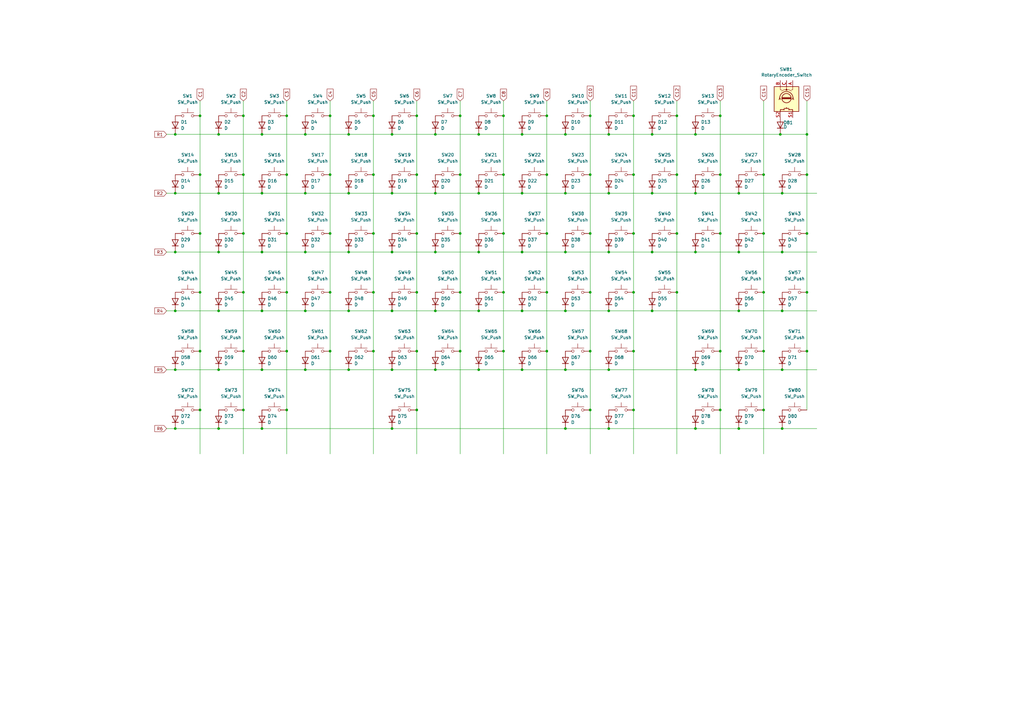
<source format=kicad_sch>
(kicad_sch (version 20231120) (generator "eeschema") (generator_version "8.0")
  (paper "A3")
  (junction (at 224.282 95.758))
  (junction (at 224.282 47.498))
  (junction (at 82.042 168.148))
  (junction (at 188.722 95.758))
  (junction (at 330.962 55.118))
  (junction (at 242.062 71.628))
  (junction (at 249.682 55.118))
  (junction (at 178.562 79.248))
  (junction (at 125.222 151.638))
  (junction (at 267.462 103.378))
  (junction (at 214.122 151.638))
  (junction (at 153.162 95.758))
  (junction (at 153.162 144.018))
  (junction (at 320.802 127.508))
  (junction (at 285.242 55.118))
  (junction (at 71.882 79.248))
  (junction (at 249.682 151.638))
  (junction (at 242.062 168.148))
  (junction (at 125.222 55.118))
  (junction (at 303.022 103.378))
  (junction (at 143.002 127.508))
  (junction (at 89.662 127.508))
  (junction (at 231.902 151.638))
  (junction (at 107.442 55.118))
  (junction (at 107.442 103.378))
  (junction (at 206.502 144.018))
  (junction (at 135.382 144.018))
  (junction (at 89.662 79.248))
  (junction (at 107.442 151.638))
  (junction (at 160.782 175.768))
  (junction (at 285.242 151.638))
  (junction (at 303.022 175.768))
  (junction (at 196.342 79.248))
  (junction (at 224.282 119.888))
  (junction (at 285.242 79.248))
  (junction (at 89.662 103.378))
  (junction (at 330.962 144.018))
  (junction (at 249.682 103.378))
  (junction (at 313.182 168.148))
  (junction (at 249.682 127.508))
  (junction (at 259.842 47.498))
  (junction (at 82.042 119.888))
  (junction (at 303.022 127.508))
  (junction (at 82.042 144.018))
  (junction (at 277.622 71.628))
  (junction (at 242.062 47.498))
  (junction (at 313.182 71.628))
  (junction (at 107.442 79.248))
  (junction (at 143.002 79.248))
  (junction (at 160.782 55.118))
  (junction (at 99.822 168.148))
  (junction (at 320.802 79.248))
  (junction (at 99.822 95.758))
  (junction (at 320.802 151.638))
  (junction (at 224.282 144.018))
  (junction (at 188.722 71.628))
  (junction (at 117.602 119.888))
  (junction (at 206.502 95.758))
  (junction (at 330.962 119.888))
  (junction (at 71.882 175.768))
  (junction (at 214.122 55.118))
  (junction (at 170.942 144.018))
  (junction (at 143.002 151.638))
  (junction (at 178.562 103.378))
  (junction (at 188.722 144.018))
  (junction (at 117.602 95.758))
  (junction (at 259.842 71.628))
  (junction (at 160.782 151.638))
  (junction (at 231.902 103.378))
  (junction (at 295.402 168.148))
  (junction (at 89.662 55.118))
  (junction (at 320.04 55.118))
  (junction (at 242.062 95.758))
  (junction (at 170.942 95.758))
  (junction (at 224.282 71.628))
  (junction (at 259.842 144.018))
  (junction (at 259.842 119.888))
  (junction (at 295.402 47.498))
  (junction (at 231.902 55.118))
  (junction (at 117.602 71.628))
  (junction (at 135.382 119.888))
  (junction (at 295.402 144.018))
  (junction (at 196.342 151.638))
  (junction (at 170.942 47.498))
  (junction (at 117.602 47.498))
  (junction (at 153.162 71.628))
  (junction (at 170.942 168.148))
  (junction (at 99.822 119.888))
  (junction (at 107.442 127.508))
  (junction (at 82.042 47.498))
  (junction (at 99.822 47.498))
  (junction (at 214.122 79.248))
  (junction (at 313.182 144.018))
  (junction (at 143.002 103.378))
  (junction (at 242.062 119.888))
  (junction (at 242.062 144.018))
  (junction (at 196.342 103.378))
  (junction (at 313.182 119.888))
  (junction (at 295.402 71.628))
  (junction (at 267.462 127.508))
  (junction (at 125.222 127.508))
  (junction (at 135.382 71.628))
  (junction (at 277.622 95.758))
  (junction (at 285.242 175.768))
  (junction (at 206.502 71.628))
  (junction (at 196.342 127.508))
  (junction (at 153.162 47.498))
  (junction (at 188.722 119.888))
  (junction (at 231.902 175.768))
  (junction (at 125.222 79.248))
  (junction (at 71.882 55.118))
  (junction (at 143.002 55.118))
  (junction (at 99.822 71.628))
  (junction (at 71.882 103.378))
  (junction (at 178.562 151.638))
  (junction (at 231.902 79.248))
  (junction (at 206.502 119.888))
  (junction (at 82.042 95.758))
  (junction (at 170.942 71.628))
  (junction (at 135.382 47.498))
  (junction (at 107.442 175.768))
  (junction (at 320.802 103.378))
  (junction (at 117.602 168.148))
  (junction (at 125.222 103.378))
  (junction (at 303.022 79.248))
  (junction (at 303.022 151.638))
  (junction (at 71.882 151.638))
  (junction (at 249.682 79.248))
  (junction (at 196.342 55.118))
  (junction (at 153.162 119.888))
  (junction (at 82.042 71.628))
  (junction (at 313.182 95.758))
  (junction (at 89.662 175.768))
  (junction (at 160.782 79.248))
  (junction (at 267.462 79.248))
  (junction (at 249.682 175.768))
  (junction (at 330.962 71.628))
  (junction (at 259.842 95.758))
  (junction (at 170.942 119.888))
  (junction (at 267.462 55.118))
  (junction (at 259.842 168.148))
  (junction (at 178.562 127.508))
  (junction (at 178.562 55.118))
  (junction (at 214.122 127.508))
  (junction (at 295.402 95.758))
  (junction (at 330.962 95.758))
  (junction (at 320.802 175.768))
  (junction (at 277.622 119.888))
  (junction (at 231.902 127.508))
  (junction (at 117.602 144.018))
  (junction (at 285.242 103.378))
  (junction (at 188.722 47.498))
  (junction (at 206.502 47.498))
  (junction (at 277.622 47.498))
  (junction (at 71.882 127.508))
  (junction (at 214.122 103.378))
  (junction (at 160.782 103.378))
  (junction (at 135.382 95.758))
  (junction (at 99.822 144.018))
  (junction (at 89.662 151.638))
  (junction (at 160.782 127.508))
  (wire (pts (xy 196.342 55.118) (xy 214.122 55.118)))
  (wire (pts (xy 153.162 144.018) (xy 153.162 186.182)))
  (wire (pts (xy 320.04 48.26) (xy 320.04 47.498)))
  (wire (pts (xy 117.602 71.628) (xy 117.602 95.758)))
  (wire (pts (xy 89.662 127.508) (xy 107.442 127.508)))
  (wire (pts (xy 295.402 95.758) (xy 295.402 144.018)))
  (wire (pts (xy 99.822 71.628) (xy 99.822 95.758)))
  (wire (pts (xy 214.122 151.638) (xy 231.902 151.638)))
  (wire (pts (xy 303.022 103.378) (xy 320.802 103.378)))
  (wire (pts (xy 320.802 175.768) (xy 335.026 175.768)))
  (wire (pts (xy 196.342 103.378) (xy 214.122 103.378)))
  (wire (pts (xy 249.682 127.508) (xy 267.462 127.508)))
  (wire (pts (xy 259.842 41.402) (xy 259.842 47.498)))
  (wire (pts (xy 259.842 95.758) (xy 259.842 119.888)))
  (wire (pts (xy 99.822 168.148) (xy 99.822 186.182)))
  (wire (pts (xy 224.282 41.402) (xy 224.282 47.498)))
  (wire (pts (xy 143.002 127.508) (xy 160.782 127.508)))
  (wire (pts (xy 242.062 168.148) (xy 242.062 186.182)))
  (wire (pts (xy 135.382 41.402) (xy 135.382 47.498)))
  (wire (pts (xy 249.682 103.378) (xy 267.462 103.378)))
  (wire (pts (xy 82.042 95.758) (xy 82.042 119.888)))
  (wire (pts (xy 82.042 144.018) (xy 82.042 168.148)))
  (wire (pts (xy 68.326 127.508) (xy 71.882 127.508)))
  (wire (pts (xy 231.902 55.118) (xy 249.682 55.118)))
  (wire (pts (xy 206.502 71.628) (xy 206.502 95.758)))
  (wire (pts (xy 135.382 119.888) (xy 135.382 144.018)))
  (wire (pts (xy 231.902 103.378) (xy 249.682 103.378)))
  (wire (pts (xy 320.04 55.118) (xy 330.962 55.118)))
  (wire (pts (xy 242.062 47.498) (xy 242.062 71.628)))
  (wire (pts (xy 231.902 151.638) (xy 249.682 151.638)))
  (wire (pts (xy 125.222 103.378) (xy 143.002 103.378)))
  (wire (pts (xy 320.802 103.378) (xy 335.026 103.378)))
  (wire (pts (xy 117.602 47.498) (xy 117.602 71.628)))
  (wire (pts (xy 178.562 151.638) (xy 196.342 151.638)))
  (wire (pts (xy 89.662 103.378) (xy 107.442 103.378)))
  (wire (pts (xy 160.782 175.768) (xy 231.902 175.768)))
  (wire (pts (xy 117.602 144.018) (xy 117.602 168.148)))
  (wire (pts (xy 295.402 168.148) (xy 295.402 186.182)))
  (wire (pts (xy 170.942 41.402) (xy 170.942 47.498)))
  (wire (pts (xy 160.782 55.118) (xy 178.562 55.118)))
  (wire (pts (xy 71.882 103.378) (xy 89.662 103.378)))
  (wire (pts (xy 82.042 71.628) (xy 82.042 95.758)))
  (wire (pts (xy 330.962 95.758) (xy 330.962 119.888)))
  (wire (pts (xy 99.822 47.498) (xy 99.822 71.628)))
  (wire (pts (xy 267.462 103.378) (xy 285.242 103.378)))
  (wire (pts (xy 330.962 144.018) (xy 330.962 119.888)))
  (wire (pts (xy 196.342 79.248) (xy 214.122 79.248)))
  (wire (pts (xy 285.242 151.638) (xy 303.022 151.638)))
  (wire (pts (xy 330.962 71.628) (xy 330.962 95.758)))
  (wire (pts (xy 153.162 95.758) (xy 153.162 119.888)))
  (wire (pts (xy 295.402 41.402) (xy 295.402 47.498)))
  (wire (pts (xy 206.502 119.888) (xy 206.502 144.018)))
  (wire (pts (xy 303.022 127.508) (xy 320.802 127.508)))
  (wire (pts (xy 277.622 119.888) (xy 277.622 186.182)))
  (wire (pts (xy 135.382 95.758) (xy 135.382 119.888)))
  (wire (pts (xy 170.942 144.018) (xy 170.942 168.148)))
  (wire (pts (xy 153.162 41.402) (xy 153.162 47.498)))
  (wire (pts (xy 259.842 47.498) (xy 259.842 71.628)))
  (wire (pts (xy 277.622 71.628) (xy 277.622 95.758)))
  (wire (pts (xy 143.002 55.118) (xy 160.782 55.118)))
  (wire (pts (xy 135.382 47.498) (xy 135.382 71.628)))
  (wire (pts (xy 259.842 71.628) (xy 259.842 95.758)))
  (wire (pts (xy 143.002 151.638) (xy 160.782 151.638)))
  (wire (pts (xy 68.326 79.248) (xy 71.882 79.248)))
  (wire (pts (xy 117.602 95.758) (xy 117.602 119.888)))
  (wire (pts (xy 313.182 41.402) (xy 313.182 71.628)))
  (wire (pts (xy 214.122 55.118) (xy 231.902 55.118)))
  (wire (pts (xy 170.942 168.148) (xy 170.942 186.182)))
  (wire (pts (xy 224.282 71.628) (xy 224.282 95.758)))
  (wire (pts (xy 68.326 103.378) (xy 71.882 103.378)))
  (wire (pts (xy 188.722 71.628) (xy 188.722 95.758)))
  (wire (pts (xy 277.622 95.758) (xy 277.622 119.888)))
  (wire (pts (xy 285.242 103.378) (xy 303.022 103.378)))
  (wire (pts (xy 153.162 71.628) (xy 153.162 95.758)))
  (wire (pts (xy 285.242 175.768) (xy 303.022 175.768)))
  (wire (pts (xy 231.902 175.768) (xy 249.682 175.768)))
  (wire (pts (xy 249.682 55.118) (xy 267.462 55.118)))
  (wire (pts (xy 160.782 103.378) (xy 178.562 103.378)))
  (wire (pts (xy 170.942 47.498) (xy 170.942 71.628)))
  (wire (pts (xy 295.402 47.498) (xy 295.402 71.628)))
  (wire (pts (xy 89.662 151.638) (xy 107.442 151.638)))
  (wire (pts (xy 303.022 175.768) (xy 320.802 175.768)))
  (wire (pts (xy 125.222 151.638) (xy 143.002 151.638)))
  (wire (pts (xy 178.562 103.378) (xy 196.342 103.378)))
  (wire (pts (xy 277.622 47.498) (xy 277.622 71.628)))
  (wire (pts (xy 71.882 151.638) (xy 89.662 151.638)))
  (wire (pts (xy 188.722 144.018) (xy 188.722 186.182)))
  (wire (pts (xy 224.282 95.758) (xy 224.282 119.888)))
  (wire (pts (xy 107.442 151.638) (xy 125.222 151.638)))
  (wire (pts (xy 188.722 119.888) (xy 188.722 144.018)))
  (wire (pts (xy 188.722 41.402) (xy 188.722 47.498)))
  (wire (pts (xy 170.942 119.888) (xy 170.942 144.018)))
  (wire (pts (xy 214.122 127.508) (xy 231.902 127.508)))
  (wire (pts (xy 313.182 168.148) (xy 313.182 186.182)))
  (wire (pts (xy 135.382 144.018) (xy 135.382 186.182)))
  (wire (pts (xy 320.802 151.638) (xy 335.026 151.638)))
  (wire (pts (xy 178.562 55.118) (xy 196.342 55.118)))
  (wire (pts (xy 160.782 127.508) (xy 178.562 127.508)))
  (wire (pts (xy 295.402 71.628) (xy 295.402 95.758)))
  (wire (pts (xy 68.326 55.118) (xy 71.882 55.118)))
  (wire (pts (xy 153.162 47.498) (xy 153.162 71.628)))
  (wire (pts (xy 206.502 41.402) (xy 206.502 47.498)))
  (wire (pts (xy 242.062 119.888) (xy 242.062 144.018)))
  (wire (pts (xy 313.182 144.018) (xy 313.182 168.148)))
  (wire (pts (xy 71.882 55.118) (xy 89.662 55.118)))
  (wire (pts (xy 303.022 79.248) (xy 320.802 79.248)))
  (wire (pts (xy 206.502 95.758) (xy 206.502 119.888)))
  (wire (pts (xy 249.682 79.248) (xy 267.462 79.248)))
  (wire (pts (xy 313.182 119.888) (xy 313.182 144.018)))
  (wire (pts (xy 242.062 144.018) (xy 242.062 168.148)))
  (wire (pts (xy 267.462 127.508) (xy 303.022 127.508)))
  (wire (pts (xy 107.442 79.248) (xy 125.222 79.248)))
  (wire (pts (xy 285.242 79.248) (xy 303.022 79.248)))
  (wire (pts (xy 267.462 79.248) (xy 285.242 79.248)))
  (wire (pts (xy 71.882 79.248) (xy 89.662 79.248)))
  (wire (pts (xy 153.162 119.888) (xy 153.162 144.018)))
  (wire (pts (xy 99.822 119.888) (xy 99.822 144.018)))
  (wire (pts (xy 99.822 144.018) (xy 99.822 168.148)))
  (wire (pts (xy 214.122 79.248) (xy 231.902 79.248)))
  (wire (pts (xy 313.182 95.758) (xy 313.182 119.888)))
  (wire (pts (xy 125.222 55.118) (xy 143.002 55.118)))
  (wire (pts (xy 242.062 41.402) (xy 242.062 47.498)))
  (wire (pts (xy 89.662 175.768) (xy 107.442 175.768)))
  (wire (pts (xy 188.722 95.758) (xy 188.722 119.888)))
  (wire (pts (xy 188.722 47.498) (xy 188.722 71.628)))
  (wire (pts (xy 277.622 41.402) (xy 277.622 47.498)))
  (wire (pts (xy 249.682 151.638) (xy 285.242 151.638)))
  (wire (pts (xy 224.282 119.888) (xy 224.282 144.018)))
  (wire (pts (xy 107.442 55.118) (xy 125.222 55.118)))
  (wire (pts (xy 242.062 71.628) (xy 242.062 95.758)))
  (wire (pts (xy 68.326 175.768) (xy 71.882 175.768)))
  (wire (pts (xy 330.962 168.148) (xy 330.962 144.018)))
  (wire (pts (xy 82.042 168.148) (xy 82.042 186.182)))
  (wire (pts (xy 170.942 95.758) (xy 170.942 119.888)))
  (wire (pts (xy 82.042 47.498) (xy 82.042 71.628)))
  (wire (pts (xy 206.502 144.018) (xy 206.502 186.182)))
  (wire (pts (xy 214.122 103.378) (xy 231.902 103.378)))
  (wire (pts (xy 224.282 47.498) (xy 224.282 71.628)))
  (wire (pts (xy 231.902 79.248) (xy 249.682 79.248)))
  (wire (pts (xy 267.462 55.118) (xy 285.242 55.118)))
  (wire (pts (xy 224.282 144.018) (xy 224.282 186.182)))
  (wire (pts (xy 135.382 71.628) (xy 135.382 95.758)))
  (wire (pts (xy 117.602 168.148) (xy 117.602 186.182)))
  (wire (pts (xy 125.222 127.508) (xy 143.002 127.508)))
  (wire (pts (xy 107.442 175.768) (xy 160.782 175.768)))
  (wire (pts (xy 71.882 127.508) (xy 89.662 127.508)))
  (wire (pts (xy 125.222 79.248) (xy 143.002 79.248)))
  (wire (pts (xy 206.502 47.498) (xy 206.502 71.628)))
  (wire (pts (xy 313.182 71.628) (xy 313.182 95.758)))
  (wire (pts (xy 89.662 79.248) (xy 107.442 79.248)))
  (wire (pts (xy 82.042 41.402) (xy 82.042 47.498)))
  (wire (pts (xy 68.326 151.638) (xy 71.882 151.638)))
  (wire (pts (xy 71.882 175.768) (xy 89.662 175.768)))
  (wire (pts (xy 178.562 127.508) (xy 196.342 127.508)))
  (wire (pts (xy 320.802 79.248) (xy 335.026 79.248)))
  (wire (pts (xy 295.402 144.018) (xy 295.402 168.148)))
  (wire (pts (xy 89.662 55.118) (xy 107.442 55.118)))
  (wire (pts (xy 160.782 79.248) (xy 178.562 79.248)))
  (wire (pts (xy 285.242 55.118) (xy 320.04 55.118)))
  (wire (pts (xy 231.902 127.508) (xy 249.682 127.508)))
  (wire (pts (xy 196.342 151.638) (xy 214.122 151.638)))
  (wire (pts (xy 259.842 144.018) (xy 259.842 168.148)))
  (wire (pts (xy 117.602 41.402) (xy 117.602 47.498)))
  (wire (pts (xy 242.062 95.758) (xy 242.062 119.888)))
  (wire (pts (xy 330.962 41.402) (xy 330.962 55.118)))
  (wire (pts (xy 330.962 55.118) (xy 330.962 71.628)))
  (wire (pts (xy 170.942 71.628) (xy 170.942 95.758)))
  (wire (pts (xy 143.002 103.378) (xy 160.782 103.378)))
  (wire (pts (xy 249.682 175.768) (xy 285.242 175.768)))
  (wire (pts (xy 117.602 119.888) (xy 117.602 144.018)))
  (wire (pts (xy 178.562 79.248) (xy 196.342 79.248)))
  (wire (pts (xy 99.822 95.758) (xy 99.822 119.888)))
  (wire (pts (xy 143.002 79.248) (xy 160.782 79.248)))
  (wire (pts (xy 303.022 151.638) (xy 320.802 151.638)))
  (wire (pts (xy 259.842 119.888) (xy 259.842 144.018)))
  (wire (pts (xy 196.342 127.508) (xy 214.122 127.508)))
  (wire (pts (xy 82.042 119.888) (xy 82.042 144.018)))
  (wire (pts (xy 107.442 103.378) (xy 125.222 103.378)))
  (wire (pts (xy 160.782 151.638) (xy 178.562 151.638)))
  (wire (pts (xy 99.822 41.402) (xy 99.822 47.498)))
  (wire (pts (xy 259.842 168.148) (xy 259.842 186.182)))
  (wire (pts (xy 107.442 127.508) (xy 125.222 127.508)))
  (wire (pts (xy 320.802 127.508) (xy 335.026 127.508)))
  (global_label "C1" (shape input) (at 82.042 41.402 90) (property "Intersheetrefs" "${INTERSHEET_REFS}" (effects (hide yes))))
  (global_label "C12" (shape input) (at 277.622 41.402 90) (property "Intersheetrefs" "${INTERSHEET_REFS}" (effects (hide yes))))
  (global_label "R6" (shape input) (at 68.326 175.768 180) (property "Intersheetrefs" "${INTERSHEET_REFS}" (effects (hide yes))))
  (global_label "C11" (shape input) (at 259.842 41.402 90) (property "Intersheetrefs" "${INTERSHEET_REFS}" (effects (hide yes))))
  (global_label "C8" (shape input) (at 206.502 41.402 90) (property "Intersheetrefs" "${INTERSHEET_REFS}" (effects (hide yes))))
  (global_label "C13" (shape input) (at 295.402 41.402 90) (property "Intersheetrefs" "${INTERSHEET_REFS}" (effects (hide yes))))
  (global_label "C6" (shape input) (at 170.942 41.402 90) (property "Intersheetrefs" "${INTERSHEET_REFS}" (effects (hide yes))))
  (global_label "C10" (shape input) (at 242.062 41.402 90) (property "Intersheetrefs" "${INTERSHEET_REFS}" (effects (hide yes))))
  (global_label "C2" (shape input) (at 99.822 41.402 90) (property "Intersheetrefs" "${INTERSHEET_REFS}" (effects (hide yes))))
  (global_label "C14" (shape input) (at 313.182 41.402 90) (property "Intersheetrefs" "${INTERSHEET_REFS}" (effects (hide yes))))
  (global_label "C5" (shape input) (at 153.162 41.402 90) (property "Intersheetrefs" "${INTERSHEET_REFS}" (effects (hide yes))))
  (global_label "R4" (shape input) (at 68.326 127.508 180) (property "Intersheetrefs" "${INTERSHEET_REFS}" (effects (hide yes))))
  (global_label "C3" (shape input) (at 117.602 41.402 90) (property "Intersheetrefs" "${INTERSHEET_REFS}" (effects (hide yes))))
  (global_label "R1" (shape input) (at 68.326 55.118 180) (property "Intersheetrefs" "${INTERSHEET_REFS}" (effects (hide yes))))
  (global_label "C4" (shape input) (at 135.382 41.402 90) (property "Intersheetrefs" "${INTERSHEET_REFS}" (effects (hide yes))))
  (global_label "C7" (shape input) (at 188.722 41.402 90) (property "Intersheetrefs" "${INTERSHEET_REFS}" (effects (hide yes))))
  (global_label "C15" (shape input) (at 330.962 41.402 90) (property "Intersheetrefs" "${INTERSHEET_REFS}" (effects (hide yes))))
  (global_label "R3" (shape input) (at 68.326 103.378 180) (property "Intersheetrefs" "${INTERSHEET_REFS}" (effects (hide yes))))
  (global_label "C9" (shape input) (at 224.282 41.402 90) (property "Intersheetrefs" "${INTERSHEET_REFS}" (effects (hide yes))))
  (global_label "R2" (shape input) (at 68.326 79.248 180) (property "Intersheetrefs" "${INTERSHEET_REFS}" (effects (hide yes))))
  (global_label "R5" (shape input) (at 68.326 151.638 180) (property "Intersheetrefs" "${INTERSHEET_REFS}" (effects (hide yes))))
  (symbol (lib_id "Device:D") (at 178.562 75.438 90) (unit 1)
    (property "Reference" "D20" (at 180.848 74.1679 90) (effects (justify right)))
    (property "Value" "D" (at 180.848 76.7079 90) (effects (justify right)))
    (property "Footprint" "ScottoKeebs_Components:Diode_SOD-123" (effects (hide yes)))
    (property "Description" "Diode" (effects (hide yes)))
    (property "Sim.Device" "D" (effects (hide yes)))
    (property "Sim.Pins" "1=K 2=A" (effects (hide yes)))
  )
  (symbol (lib_id "Device:D") (at 285.242 75.438 90) (unit 1)
    (property "Reference" "D26" (at 287.528 74.1679 90) (effects (justify right)))
    (property "Value" "D" (at 287.528 76.7079 90) (effects (justify right)))
    (property "Footprint" "ScottoKeebs_Components:Diode_SOD-123" (effects (hide yes)))
    (property "Description" "Diode" (effects (hide yes)))
    (property "Sim.Device" "D" (effects (hide yes)))
    (property "Sim.Pins" "1=K 2=A" (effects (hide yes)))
  )
  (symbol (lib_id "Switch:SW_Push") (at 325.882 119.888 0) (unit 1)
    (property "Reference" "SW57" (at 325.882 111.76 0))
    (property "Value" "SW_Push" (at 325.882 114.3 0))
    (property "Footprint" "ScottoKeebs_Hotswap:Hotswap_MX_1.00u" (effects (hide yes)))
    (property "Description" "Push button switch, generic, two pins" (effects (hide yes)))
  )
  (symbol (lib_id "Switch:SW_Push") (at 254.762 168.148 0) (unit 1)
    (property "Reference" "SW77" (at 254.762 160.02 0))
    (property "Value" "SW_Push" (at 254.762 162.56 0))
    (property "Footprint" "ScottoKeebs_Hotswap:Hotswap_MX_1.25u" (effects (hide yes)))
    (property "Description" "Push button switch, generic, two pins" (effects (hide yes)))
  )
  (symbol (lib_id "Device:D") (at 231.902 99.568 90) (unit 1)
    (property "Reference" "D38" (at 234.188 98.2979 90) (effects (justify right)))
    (property "Value" "D" (at 234.188 100.8379 90) (effects (justify right)))
    (property "Footprint" "ScottoKeebs_Components:Diode_SOD-123" (effects (hide yes)))
    (property "Description" "Diode" (effects (hide yes)))
    (property "Sim.Device" "D" (effects (hide yes)))
    (property "Sim.Pins" "1=K 2=A" (effects (hide yes)))
  )
  (symbol (lib_id "Switch:SW_Push") (at 112.522 95.758 0) (unit 1)
    (property "Reference" "SW31" (at 112.522 87.63 0))
    (property "Value" "SW_Push" (at 112.522 90.17 0))
    (property "Footprint" "ScottoKeebs_Hotswap:Hotswap_MX_1.00u" (effects (hide yes)))
    (property "Description" "Push button switch, generic, two pins" (effects (hide yes)))
  )
  (symbol (lib_id "Device:D") (at 214.122 123.698 90) (unit 1)
    (property "Reference" "D52" (at 216.408 122.4279 90) (effects (justify right)))
    (property "Value" "D" (at 216.408 124.9679 90) (effects (justify right)))
    (property "Footprint" "ScottoKeebs_Components:Diode_SOD-123" (effects (hide yes)))
    (property "Description" "Diode" (effects (hide yes)))
    (property "Sim.Device" "D" (effects (hide yes)))
    (property "Sim.Pins" "1=K 2=A" (effects (hide yes)))
  )
  (symbol (lib_id "Switch:SW_Push") (at 112.522 144.018 0) (unit 1)
    (property "Reference" "SW60" (at 112.522 135.89 0))
    (property "Value" "SW_Push" (at 112.522 138.43 0))
    (property "Footprint" "ScottoKeebs_Hotswap:Hotswap_MX_1.00u" (effects (hide yes)))
    (property "Description" "Push button switch, generic, two pins" (effects (hide yes)))
  )
  (symbol (lib_id "Device:D") (at 89.662 123.698 90) (unit 1)
    (property "Reference" "D45" (at 91.948 122.4279 90) (effects (justify right)))
    (property "Value" "D" (at 91.948 124.9679 90) (effects (justify right)))
    (property "Footprint" "ScottoKeebs_Components:Diode_SOD-123" (effects (hide yes)))
    (property "Description" "Diode" (effects (hide yes)))
    (property "Sim.Device" "D" (effects (hide yes)))
    (property "Sim.Pins" "1=K 2=A" (effects (hide yes)))
  )
  (symbol (lib_id "Switch:SW_Push") (at 290.322 47.498 0) (unit 1)
    (property "Reference" "SW13" (at 290.322 39.37 0))
    (property "Value" "SW_Push" (at 290.322 41.91 0))
    (property "Footprint" "ScottoKeebs_Hotswap:Hotswap_MX_1.00u" (effects (hide yes)))
    (property "Description" "Push button switch, generic, two pins" (effects (hide yes)))
  )
  (symbol (lib_id "Switch:SW_Push") (at 94.742 95.758 0) (unit 1)
    (property "Reference" "SW30" (at 94.742 87.63 0))
    (property "Value" "SW_Push" (at 94.742 90.17 0))
    (property "Footprint" "ScottoKeebs_Hotswap:Hotswap_MX_1.00u" (effects (hide yes)))
    (property "Description" "Push button switch, generic, two pins" (effects (hide yes)))
  )
  (symbol (lib_id "Device:D") (at 196.342 51.308 90) (unit 1)
    (property "Reference" "D8" (at 198.628 50.0379 90) (effects (justify right)))
    (property "Value" "D" (at 198.628 52.5779 90) (effects (justify right)))
    (property "Footprint" "ScottoKeebs_Components:Diode_SOD-123" (effects (hide yes)))
    (property "Description" "Diode" (effects (hide yes)))
    (property "Sim.Device" "D" (effects (hide yes)))
    (property "Sim.Pins" "1=K 2=A" (effects (hide yes)))
  )
  (symbol (lib_id "Device:D") (at 125.222 75.438 90) (unit 1)
    (property "Reference" "D17" (at 127.508 74.1679 90) (effects (justify right)))
    (property "Value" "D" (at 127.508 76.7079 90) (effects (justify right)))
    (property "Footprint" "ScottoKeebs_Components:Diode_SOD-123" (effects (hide yes)))
    (property "Description" "Diode" (effects (hide yes)))
    (property "Sim.Device" "D" (effects (hide yes)))
    (property "Sim.Pins" "1=K 2=A" (effects (hide yes)))
  )
  (symbol (lib_id "Switch:SW_Push") (at 325.882 95.758 0) (unit 1)
    (property "Reference" "SW43" (at 325.882 87.63 0))
    (property "Value" "SW_Push" (at 325.882 90.17 0))
    (property "Footprint" "ScottoKeebs_Hotswap:Hotswap_MX_1.00u" (effects (hide yes)))
    (property "Description" "Push button switch, generic, two pins" (effects (hide yes)))
  )
  (symbol (lib_id "Switch:SW_Push") (at 76.962 168.148 0) (unit 1)
    (property "Reference" "SW72" (at 76.962 160.02 0))
    (property "Value" "SW_Push" (at 76.962 162.56 0))
    (property "Footprint" "ScottoKeebs_Hotswap:Hotswap_MX_1.25u" (effects (hide yes)))
    (property "Description" "Push button switch, generic, two pins" (effects (hide yes)))
  )
  (symbol (lib_id "Switch:SW_Push") (at 183.642 71.628 0) (unit 1)
    (property "Reference" "SW20" (at 183.642 63.5 0))
    (property "Value" "SW_Push" (at 183.642 66.04 0))
    (property "Footprint" "ScottoKeebs_Hotswap:Hotswap_MX_1.00u" (effects (hide yes)))
    (property "Description" "Push button switch, generic, two pins" (effects (hide yes)))
  )
  (symbol (lib_id "Device:D") (at 107.442 171.958 90) (unit 1)
    (property "Reference" "D74" (at 109.728 170.6879 90) (effects (justify right)))
    (property "Value" "D" (at 109.728 173.2279 90) (effects (justify right)))
    (property "Footprint" "ScottoKeebs_Components:Diode_SOD-123" (effects (hide yes)))
    (property "Description" "Diode" (effects (hide yes)))
    (property "Sim.Device" "D" (effects (hide yes)))
    (property "Sim.Pins" "1=K 2=A" (effects (hide yes)))
  )
  (symbol (lib_id "Switch:SW_Push") (at 254.762 144.018 0) (unit 1)
    (property "Reference" "SW68" (at 254.762 135.89 0))
    (property "Value" "SW_Push" (at 254.762 138.43 0))
    (property "Footprint" "ScottoKeebs_Hotswap:Hotswap_MX_1.00u" (effects (hide yes)))
    (property "Description" "Push button switch, generic, two pins" (effects (hide yes)))
  )
  (symbol (lib_id "Switch:SW_Push") (at 76.962 47.498 0) (unit 1)
    (property "Reference" "SW1" (at 76.962 39.37 0))
    (property "Value" "SW_Push" (at 76.962 41.91 0))
    (property "Footprint" "ScottoKeebs_Hotswap:Hotswap_MX_1.00u" (effects (hide yes)))
    (property "Description" "Push button switch, generic, two pins" (effects (hide yes)))
  )
  (symbol (lib_id "Device:D") (at 143.002 99.568 90) (unit 1)
    (property "Reference" "D33" (at 145.288 98.2979 90) (effects (justify right)))
    (property "Value" "D" (at 145.288 100.8379 90) (effects (justify right)))
    (property "Footprint" "ScottoKeebs_Components:Diode_SOD-123" (effects (hide yes)))
    (property "Description" "Diode" (effects (hide yes)))
    (property "Sim.Device" "D" (effects (hide yes)))
    (property "Sim.Pins" "1=K 2=A" (effects (hide yes)))
  )
  (symbol (lib_id "Switch:SW_Push") (at 94.742 47.498 0) (unit 1)
    (property "Reference" "SW2" (at 94.742 39.37 0))
    (property "Value" "SW_Push" (at 94.742 41.91 0))
    (property "Footprint" "ScottoKeebs_Hotswap:Hotswap_MX_1.00u" (effects (hide yes)))
    (property "Description" "Push button switch, generic, two pins" (effects (hide yes)))
  )
  (symbol (lib_id "Device:D") (at 231.902 51.308 90) (unit 1)
    (property "Reference" "D10" (at 234.188 50.0379 90) (effects (justify right)))
    (property "Value" "D" (at 234.188 52.5779 90) (effects (justify right)))
    (property "Footprint" "ScottoKeebs_Components:Diode_SOD-123" (effects (hide yes)))
    (property "Description" "Diode" (effects (hide yes)))
    (property "Sim.Device" "D" (effects (hide yes)))
    (property "Sim.Pins" "1=K 2=A" (effects (hide yes)))
  )
  (symbol (lib_id "Switch:SW_Push") (at 219.202 144.018 0) (unit 1)
    (property "Reference" "SW66" (at 219.202 135.89 0))
    (property "Value" "SW_Push" (at 219.202 138.43 0))
    (property "Footprint" "ScottoKeebs_Hotswap:Hotswap_MX_1.00u" (effects (hide yes)))
    (property "Description" "Push button switch, generic, two pins" (effects (hide yes)))
  )
  (symbol (lib_id "Switch:SW_Push") (at 165.862 119.888 0) (unit 1)
    (property "Reference" "SW49" (at 165.862 111.76 0))
    (property "Value" "SW_Push" (at 165.862 114.3 0))
    (property "Footprint" "ScottoKeebs_Hotswap:Hotswap_MX_1.00u" (effects (hide yes)))
    (property "Description" "Push button switch, generic, two pins" (effects (hide yes)))
  )
  (symbol (lib_id "Switch:SW_Push") (at 219.202 119.888 0) (unit 1)
    (property "Reference" "SW52" (at 219.202 111.76 0))
    (property "Value" "SW_Push" (at 219.202 114.3 0))
    (property "Footprint" "ScottoKeebs_Hotswap:Hotswap_MX_1.00u" (effects (hide yes)))
    (property "Description" "Push button switch, generic, two pins" (effects (hide yes)))
  )
  (symbol (lib_id "Switch:SW_Push") (at 219.202 47.498 0) (unit 1)
    (property "Reference" "SW9" (at 219.202 39.37 0))
    (property "Value" "SW_Push" (at 219.202 41.91 0))
    (property "Footprint" "ScottoKeebs_Hotswap:Hotswap_MX_1.00u" (effects (hide yes)))
    (property "Description" "Push button switch, generic, two pins" (effects (hide yes)))
  )
  (symbol (lib_id "Switch:SW_Push") (at 148.082 119.888 0) (unit 1)
    (property "Reference" "SW48" (at 148.082 111.76 0))
    (property "Value" "SW_Push" (at 148.082 114.3 0))
    (property "Footprint" "ScottoKeebs_Hotswap:Hotswap_MX_1.00u" (effects (hide yes)))
    (property "Description" "Push button switch, generic, two pins" (effects (hide yes)))
  )
  (symbol (lib_id "Switch:SW_Push") (at 272.542 71.628 0) (unit 1)
    (property "Reference" "SW25" (at 272.542 63.5 0))
    (property "Value" "SW_Push" (at 272.542 66.04 0))
    (property "Footprint" "ScottoKeebs_Hotswap:Hotswap_MX_1.00u" (effects (hide yes)))
    (property "Description" "Push button switch, generic, two pins" (effects (hide yes)))
  )
  (symbol (lib_id "Switch:SW_Push") (at 76.962 95.758 0) (unit 1)
    (property "Reference" "SW29" (at 76.962 87.63 0))
    (property "Value" "SW_Push" (at 76.962 90.17 0))
    (property "Footprint" "ScottoKeebs_Hotswap:Hotswap_MX_1.50u" (effects (hide yes)))
    (property "Description" "Push button switch, generic, two pins" (effects (hide yes)))
  )
  (symbol (lib_id "Device:D") (at 303.022 75.438 90) (unit 1)
    (property "Reference" "D27" (at 305.308 74.1679 90) (effects (justify right)))
    (property "Value" "D" (at 305.308 76.7079 90) (effects (justify right)))
    (property "Footprint" "ScottoKeebs_Components:Diode_SOD-123" (effects (hide yes)))
    (property "Description" "Diode" (effects (hide yes)))
    (property "Sim.Device" "D" (effects (hide yes)))
    (property "Sim.Pins" "1=K 2=A" (effects (hide yes)))
  )
  (symbol (lib_id "Device:D") (at 107.442 147.828 90) (unit 1)
    (property "Reference" "D60" (at 109.728 146.5579 90) (effects (justify right)))
    (property "Value" "D" (at 109.728 149.0979 90) (effects (justify right)))
    (property "Footprint" "ScottoKeebs_Components:Diode_SOD-123" (effects (hide yes)))
    (property "Description" "Diode" (effects (hide yes)))
    (property "Sim.Device" "D" (effects (hide yes)))
    (property "Sim.Pins" "1=K 2=A" (effects (hide yes)))
  )
  (symbol (lib_id "Device:D") (at 143.002 123.698 90) (unit 1)
    (property "Reference" "D48" (at 145.288 122.4279 90) (effects (justify right)))
    (property "Value" "D" (at 145.288 124.9679 90) (effects (justify right)))
    (property "Footprint" "ScottoKeebs_Components:Diode_SOD-123" (effects (hide yes)))
    (property "Description" "Diode" (effects (hide yes)))
    (property "Sim.Device" "D" (effects (hide yes)))
    (property "Sim.Pins" "1=K 2=A" (effects (hide yes)))
  )
  (symbol (lib_id "Switch:SW_Push") (at 165.862 71.628 0) (unit 1)
    (property "Reference" "SW19" (at 165.862 63.5 0))
    (property "Value" "SW_Push" (at 165.862 66.04 0))
    (property "Footprint" "ScottoKeebs_Hotswap:Hotswap_MX_1.00u" (effects (hide yes)))
    (property "Description" "Push button switch, generic, two pins" (effects (hide yes)))
  )
  (symbol (lib_id "Device:D") (at 196.342 99.568 90) (unit 1)
    (property "Reference" "D36" (at 198.628 98.2979 90) (effects (justify right)))
    (property "Value" "D" (at 198.628 100.8379 90) (effects (justify right)))
    (property "Footprint" "ScottoKeebs_Components:Diode_SOD-123" (effects (hide yes)))
    (property "Description" "Diode" (effects (hide yes)))
    (property "Sim.Device" "D" (effects (hide yes)))
    (property "Sim.Pins" "1=K 2=A" (effects (hide yes)))
  )
  (symbol (lib_id "Switch:SW_Push") (at 236.982 144.018 0) (unit 1)
    (property "Reference" "SW67" (at 236.982 135.89 0))
    (property "Value" "SW_Push" (at 236.982 138.43 0))
    (property "Footprint" "ScottoKeebs_Hotswap:Hotswap_MX_1.00u" (effects (hide yes)))
    (property "Description" "Push button switch, generic, two pins" (effects (hide yes)))
  )
  (symbol (lib_id "Device:D") (at 89.662 147.828 90) (unit 1)
    (property "Reference" "D59" (at 91.948 146.5579 90) (effects (justify right)))
    (property "Value" "D" (at 91.948 149.0979 90) (effects (justify right)))
    (property "Footprint" "ScottoKeebs_Components:Diode_SOD-123" (effects (hide yes)))
    (property "Description" "Diode" (effects (hide yes)))
    (property "Sim.Device" "D" (effects (hide yes)))
    (property "Sim.Pins" "1=K 2=A" (effects (hide yes)))
  )
  (symbol (lib_id "Device:D") (at 303.022 171.958 90) (unit 1)
    (property "Reference" "D79" (at 305.308 170.6879 90) (effects (justify right)))
    (property "Value" "D" (at 305.308 173.2279 90) (effects (justify right)))
    (property "Footprint" "ScottoKeebs_Components:Diode_SOD-123" (effects (hide yes)))
    (property "Description" "Diode" (effects (hide yes)))
    (property "Sim.Device" "D" (effects (hide yes)))
    (property "Sim.Pins" "1=K 2=A" (effects (hide yes)))
  )
  (symbol (lib_id "Device:D") (at 320.04 51.308 90) (unit 1)
    (property "Reference" "D81" (at 321.31 50.292 90) (effects (justify right)))
    (property "Value" "D" (at 321.31 52.07 90) (effects (justify right)))
    (property "Footprint" "ScottoKeebs_Components:Diode_SOD-123" (effects (hide yes)))
    (property "Description" "Diode" (effects (hide yes)))
    (property "Sim.Device" "D" (effects (hide yes)))
    (property "Sim.Pins" "1=K 2=A" (effects (hide yes)))
  )
  (symbol (lib_id "Device:D") (at 196.342 147.828 90) (unit 1)
    (property "Reference" "D65" (at 198.628 146.5579 90) (effects (justify right)))
    (property "Value" "D" (at 198.628 149.0979 90) (effects (justify right)))
    (property "Footprint" "ScottoKeebs_Components:Diode_SOD-123" (effects (hide yes)))
    (property "Description" "Diode" (effects (hide yes)))
    (property "Sim.Device" "D" (effects (hide yes)))
    (property "Sim.Pins" "1=K 2=A" (effects (hide yes)))
  )
  (symbol (lib_id "Device:D") (at 71.882 75.438 90) (unit 1)
    (property "Reference" "D14" (at 74.168 74.1679 90) (effects (justify right)))
    (property "Value" "D" (at 74.168 76.7079 90) (effects (justify right)))
    (property "Footprint" "ScottoKeebs_Components:Diode_SOD-123" (effects (hide yes)))
    (property "Description" "Diode" (effects (hide yes)))
    (property "Sim.Device" "D" (effects (hide yes)))
    (property "Sim.Pins" "1=K 2=A" (effects (hide yes)))
  )
  (symbol (lib_id "Switch:SW_Push") (at 165.862 47.498 0) (unit 1)
    (property "Reference" "SW6" (at 165.862 39.37 0))
    (property "Value" "SW_Push" (at 165.862 41.91 0))
    (property "Footprint" "ScottoKeebs_Hotswap:Hotswap_MX_1.00u" (effects (hide yes)))
    (property "Description" "Push button switch, generic, two pins" (effects (hide yes)))
  )
  (symbol (lib_id "Switch:SW_Push") (at 308.102 119.888 0) (unit 1)
    (property "Reference" "SW56" (at 308.102 111.76 0))
    (property "Value" "SW_Push" (at 308.102 114.3 0))
    (property "Footprint" "ScottoKeebs_Hotswap:Hotswap_MX_2.25u" (effects (hide yes)))
    (property "Description" "Push button switch, generic, two pins" (effects (hide yes)))
  )
  (symbol (lib_id "Switch:SW_Push") (at 130.302 119.888 0) (unit 1)
    (property "Reference" "SW47" (at 130.302 111.76 0))
    (property "Value" "SW_Push" (at 130.302 114.3 0))
    (property "Footprint" "ScottoKeebs_Hotswap:Hotswap_MX_1.00u" (effects (hide yes)))
    (property "Description" "Push button switch, generic, two pins" (effects (hide yes)))
  )
  (symbol (lib_id "Switch:SW_Push") (at 112.522 168.148 0) (unit 1)
    (property "Reference" "SW74" (at 112.522 160.02 0))
    (property "Value" "SW_Push" (at 112.522 162.56 0))
    (property "Footprint" "ScottoKeebs_Hotswap:Hotswap_MX_1.25u" (effects (hide yes)))
    (property "Description" "Push button switch, generic, two pins" (effects (hide yes)))
  )
  (symbol (lib_id "Device:D") (at 249.682 99.568 90) (unit 1)
    (property "Reference" "D39" (at 251.968 98.2979 90) (effects (justify right)))
    (property "Value" "D" (at 251.968 100.8379 90) (effects (justify right)))
    (property "Footprint" "ScottoKeebs_Components:Diode_SOD-123" (effects (hide yes)))
    (property "Description" "Diode" (effects (hide yes)))
    (property "Sim.Device" "D" (effects (hide yes)))
    (property "Sim.Pins" "1=K 2=A" (effects (hide yes)))
  )
  (symbol (lib_id "Switch:SW_Push") (at 254.762 71.628 0) (unit 1)
    (property "Reference" "SW24" (at 254.762 63.5 0))
    (property "Value" "SW_Push" (at 254.762 66.04 0))
    (property "Footprint" "ScottoKeebs_Hotswap:Hotswap_MX_1.00u" (effects (hide yes)))
    (property "Description" "Push button switch, generic, two pins" (effects (hide yes)))
  )
  (symbol (lib_id "Device:D") (at 178.562 123.698 90) (unit 1)
    (property "Reference" "D50" (at 180.848 122.4279 90) (effects (justify right)))
    (property "Value" "D" (at 180.848 124.9679 90) (effects (justify right)))
    (property "Footprint" "ScottoKeebs_Components:Diode_SOD-123" (effects (hide yes)))
    (property "Description" "Diode" (effects (hide yes)))
    (property "Sim.Device" "D" (effects (hide yes)))
    (property "Sim.Pins" "1=K 2=A" (effects (hide yes)))
  )
  (symbol (lib_id "Switch:SW_Push") (at 94.742 144.018 0) (unit 1)
    (property "Reference" "SW59" (at 94.742 135.89 0))
    (property "Value" "SW_Push" (at 94.742 138.43 0))
    (property "Footprint" "ScottoKeebs_Hotswap:Hotswap_MX_1.00u" (effects (hide yes)))
    (property "Description" "Push button switch, generic, two pins" (effects (hide yes)))
  )
  (symbol (lib_id "Device:D") (at 320.802 99.568 90) (unit 1)
    (property "Reference" "D43" (at 323.088 98.2979 90) (effects (justify right)))
    (property "Value" "D" (at 323.088 100.8379 90) (effects (justify right)))
    (property "Footprint" "ScottoKeebs_Components:Diode_SOD-123" (effects (hide yes)))
    (property "Description" "Diode" (effects (hide yes)))
    (property "Sim.Device" "D" (effects (hide yes)))
    (property "Sim.Pins" "1=K 2=A" (effects (hide yes)))
  )
  (symbol (lib_id "Switch:SW_Push") (at 94.742 71.628 0) (unit 1)
    (property "Reference" "SW15" (at 94.742 63.5 0))
    (property "Value" "SW_Push" (at 94.742 66.04 0))
    (property "Footprint" "ScottoKeebs_Hotswap:Hotswap_MX_1.00u" (effects (hide yes)))
    (property "Description" "Push button switch, generic, two pins" (effects (hide yes)))
  )
  (symbol (lib_id "Device:D") (at 71.882 123.698 90) (unit 1)
    (property "Reference" "D44" (at 74.168 122.4279 90) (effects (justify right)))
    (property "Value" "D" (at 74.168 124.9679 90) (effects (justify right)))
    (property "Footprint" "ScottoKeebs_Components:Diode_SOD-123" (effects (hide yes)))
    (property "Description" "Diode" (effects (hide yes)))
    (property "Sim.Device" "D" (effects (hide yes)))
    (property "Sim.Pins" "1=K 2=A" (effects (hide yes)))
  )
  (symbol (lib_id "Device:D") (at 267.462 123.698 90) (unit 1)
    (property "Reference" "D55" (at 269.748 122.4279 90) (effects (justify right)))
    (property "Value" "D" (at 269.748 124.9679 90) (effects (justify right)))
    (property "Footprint" "ScottoKeebs_Components:Diode_SOD-123" (effects (hide yes)))
    (property "Description" "Diode" (effects (hide yes)))
    (property "Sim.Device" "D" (effects (hide yes)))
    (property "Sim.Pins" "1=K 2=A" (effects (hide yes)))
  )
  (symbol (lib_id "Device:D") (at 71.882 147.828 90) (unit 1)
    (property "Reference" "D58" (at 74.168 146.5579 90) (effects (justify right)))
    (property "Value" "D" (at 74.168 149.0979 90) (effects (justify right)))
    (property "Footprint" "ScottoKeebs_Components:Diode_SOD-123" (effects (hide yes)))
    (property "Description" "Diode" (effects (hide yes)))
    (property "Sim.Device" "D" (effects (hide yes)))
    (property "Sim.Pins" "1=K 2=A" (effects (hide yes)))
  )
  (symbol (lib_id "Switch:SW_Push") (at 236.982 71.628 0) (unit 1)
    (property "Reference" "SW23" (at 236.982 63.5 0))
    (property "Value" "SW_Push" (at 236.982 66.04 0))
    (property "Footprint" "ScottoKeebs_Hotswap:Hotswap_MX_1.00u" (effects (hide yes)))
    (property "Description" "Push button switch, generic, two pins" (effects (hide yes)))
  )
  (symbol (lib_id "Device:D") (at 214.122 51.308 90) (unit 1)
    (property "Reference" "D9" (at 216.408 50.0379 90) (effects (justify right)))
    (property "Value" "D" (at 216.408 52.5779 90) (effects (justify right)))
    (property "Footprint" "ScottoKeebs_Components:Diode_SOD-123" (effects (hide yes)))
    (property "Description" "Diode" (effects (hide yes)))
    (property "Sim.Device" "D" (effects (hide yes)))
    (property "Sim.Pins" "1=K 2=A" (effects (hide yes)))
  )
  (symbol (lib_id "Switch:SW_Push") (at 254.762 119.888 0) (unit 1)
    (property "Reference" "SW54" (at 254.762 111.76 0))
    (property "Value" "SW_Push" (at 254.762 114.3 0))
    (property "Footprint" "ScottoKeebs_Hotswap:Hotswap_MX_1.00u" (effects (hide yes)))
    (property "Description" "Push button switch, generic, two pins" (effects (hide yes)))
  )
  (symbol (lib_id "Device:D") (at 71.882 99.568 90) (unit 1)
    (property "Reference" "D29" (at 74.168 98.2979 90) (effects (justify right)))
    (property "Value" "D" (at 74.168 100.8379 90) (effects (justify right)))
    (property "Footprint" "ScottoKeebs_Components:Diode_SOD-123" (effects (hide yes)))
    (property "Description" "Diode" (effects (hide yes)))
    (property "Sim.Device" "D" (effects (hide yes)))
    (property "Sim.Pins" "1=K 2=A" (effects (hide yes)))
  )
  (symbol (lib_id "Device:D") (at 160.782 51.308 90) (unit 1)
    (property "Reference" "D6" (at 163.068 50.0379 90) (effects (justify right)))
    (property "Value" "D" (at 163.068 52.5779 90) (effects (justify right)))
    (property "Footprint" "ScottoKeebs_Components:Diode_SOD-123" (effects (hide yes)))
    (property "Description" "Diode" (effects (hide yes)))
    (property "Sim.Device" "D" (effects (hide yes)))
    (property "Sim.Pins" "1=K 2=A" (effects (hide yes)))
  )
  (symbol (lib_id "Device:D") (at 178.562 51.308 90) (unit 1)
    (property "Reference" "D7" (at 180.848 50.0379 90) (effects (justify right)))
    (property "Value" "D" (at 180.848 52.5779 90) (effects (justify right)))
    (property "Footprint" "ScottoKeebs_Components:Diode_SOD-123" (effects (hide yes)))
    (property "Description" "Diode" (effects (hide yes)))
    (property "Sim.Device" "D" (effects (hide yes)))
    (property "Sim.Pins" "1=K 2=A" (effects (hide yes)))
  )
  (symbol (lib_id "Switch:SW_Push") (at 183.642 144.018 0) (unit 1)
    (property "Reference" "SW64" (at 183.642 135.89 0))
    (property "Value" "SW_Push" (at 183.642 138.43 0))
    (property "Footprint" "ScottoKeebs_Hotswap:Hotswap_MX_1.00u" (effects (hide yes)))
    (property "Description" "Push button switch, generic, two pins" (effects (hide yes)))
  )
  (symbol (lib_id "Switch:SW_Push") (at 130.302 144.018 0) (unit 1)
    (property "Reference" "SW61" (at 130.302 135.89 0))
    (property "Value" "SW_Push" (at 130.302 138.43 0))
    (property "Footprint" "ScottoKeebs_Hotswap:Hotswap_MX_1.00u" (effects (hide yes)))
    (property "Description" "Push button switch, generic, two pins" (effects (hide yes)))
  )
  (symbol (lib_id "Switch:SW_Push") (at 201.422 144.018 0) (unit 1)
    (property "Reference" "SW65" (at 201.422 135.89 0))
    (property "Value" "SW_Push" (at 201.422 138.43 0))
    (property "Footprint" "ScottoKeebs_Hotswap:Hotswap_MX_1.00u" (effects (hide yes)))
    (property "Description" "Push button switch, generic, two pins" (effects (hide yes)))
  )
  (symbol (lib_id "Switch:SW_Push") (at 201.422 71.628 0) (unit 1)
    (property "Reference" "SW21" (at 201.422 63.5 0))
    (property "Value" "SW_Push" (at 201.422 66.04 0))
    (property "Footprint" "ScottoKeebs_Hotswap:Hotswap_MX_1.00u" (effects (hide yes)))
    (property "Description" "Push button switch, generic, two pins" (effects (hide yes)))
  )
  (symbol (lib_id "Switch:SW_Push") (at 236.982 47.498 0) (unit 1)
    (property "Reference" "SW10" (at 236.982 39.37 0))
    (property "Value" "SW_Push" (at 236.982 41.91 0))
    (property "Footprint" "ScottoKeebs_Hotswap:Hotswap_MX_1.00u" (effects (hide yes)))
    (property "Description" "Push button switch, generic, two pins" (effects (hide yes)))
  )
  (symbol (lib_id "Device:D") (at 231.902 171.958 90) (unit 1)
    (property "Reference" "D76" (at 234.188 170.6879 90) (effects (justify right)))
    (property "Value" "D" (at 234.188 173.2279 90) (effects (justify right)))
    (property "Footprint" "ScottoKeebs_Components:Diode_SOD-123" (effects (hide yes)))
    (property "Description" "Diode" (effects (hide yes)))
    (property "Sim.Device" "D" (effects (hide yes)))
    (property "Sim.Pins" "1=K 2=A" (effects (hide yes)))
  )
  (symbol (lib_id "Device:D") (at 178.562 99.568 90) (unit 1)
    (property "Reference" "D35" (at 180.848 98.2979 90) (effects (justify right)))
    (property "Value" "D" (at 180.848 100.8379 90) (effects (justify right)))
    (property "Footprint" "ScottoKeebs_Components:Diode_SOD-123" (effects (hide yes)))
    (property "Description" "Diode" (effects (hide yes)))
    (property "Sim.Device" "D" (effects (hide yes)))
    (property "Sim.Pins" "1=K 2=A" (effects (hide yes)))
  )
  (symbol (lib_id "Switch:SW_Push") (at 254.762 95.758 0) (unit 1)
    (property "Reference" "SW39" (at 254.762 87.63 0))
    (property "Value" "SW_Push" (at 254.762 90.17 0))
    (property "Footprint" "ScottoKeebs_Hotswap:Hotswap_MX_1.00u" (effects (hide yes)))
    (property "Description" "Push button switch, generic, two pins" (effects (hide yes)))
  )
  (symbol (lib_id "Device:D") (at 143.002 75.438 90) (unit 1)
    (property "Reference" "D18" (at 145.288 74.1679 90) (effects (justify right)))
    (property "Value" "D" (at 145.288 76.7079 90) (effects (justify right)))
    (property "Footprint" "ScottoKeebs_Components:Diode_SOD-123" (effects (hide yes)))
    (property "Description" "Diode" (effects (hide yes)))
    (property "Sim.Device" "D" (effects (hide yes)))
    (property "Sim.Pins" "1=K 2=A" (effects (hide yes)))
  )
  (symbol (lib_id "Switch:SW_Push") (at 236.982 168.148 0) (unit 1)
    (property "Reference" "SW76" (at 236.982 160.02 0))
    (property "Value" "SW_Push" (at 236.982 162.56 0))
    (property "Footprint" "ScottoKeebs_Hotswap:Hotswap_MX_1.25u" (effects (hide yes)))
    (property "Description" "Push button switch, generic, two pins" (effects (hide yes)))
  )
  (symbol (lib_id "Device:D") (at 160.782 75.438 90) (unit 1)
    (property "Reference" "D19" (at 163.068 74.1679 90) (effects (justify right)))
    (property "Value" "D" (at 163.068 76.7079 90) (effects (justify right)))
    (property "Footprint" "ScottoKeebs_Components:Diode_SOD-123" (effects (hide yes)))
    (property "Description" "Diode" (effects (hide yes)))
    (property "Sim.Device" "D" (effects (hide yes)))
    (property "Sim.Pins" "1=K 2=A" (effects (hide yes)))
  )
  (symbol (lib_id "Device:D") (at 125.222 99.568 90) (unit 1)
    (property "Reference" "D32" (at 127.508 98.2979 90) (effects (justify right)))
    (property "Value" "D" (at 127.508 100.8379 90) (effects (justify right)))
    (property "Footprint" "ScottoKeebs_Components:Diode_SOD-123" (effects (hide yes)))
    (property "Description" "Diode" (effects (hide yes)))
    (property "Sim.Device" "D" (effects (hide yes)))
    (property "Sim.Pins" "1=K 2=A" (effects (hide yes)))
  )
  (symbol (lib_id "Switch:SW_Push") (at 112.522 47.498 0) (unit 1)
    (property "Reference" "SW3" (at 112.522 39.37 0))
    (property "Value" "SW_Push" (at 112.522 41.91 0))
    (property "Footprint" "ScottoKeebs_Hotswap:Hotswap_MX_1.00u" (effects (hide yes)))
    (property "Description" "Push button switch, generic, two pins" (effects (hide yes)))
  )
  (symbol (lib_id "Switch:SW_Push") (at 308.102 144.018 0) (unit 1)
    (property "Reference" "SW70" (at 308.102 135.89 0))
    (property "Value" "SW_Push" (at 308.102 138.43 0))
    (property "Footprint" "ScottoKeebs_Hotswap:Hotswap_MX_1.00u" (effects (hide yes)))
    (property "Description" "Push button switch, generic, two pins" (effects (hide yes)))
  )
  (symbol (lib_id "Switch:SW_Push") (at 148.082 144.018 0) (unit 1)
    (property "Reference" "SW62" (at 148.082 135.89 0))
    (property "Value" "SW_Push" (at 148.082 138.43 0))
    (property "Footprint" "ScottoKeebs_Hotswap:Hotswap_MX_1.00u" (effects (hide yes)))
    (property "Description" "Push button switch, generic, two pins" (effects (hide yes)))
  )
  (symbol (lib_id "Switch:SW_Push") (at 290.322 144.018 0) (unit 1)
    (property "Reference" "SW69" (at 290.322 135.89 0))
    (property "Value" "SW_Push" (at 290.322 138.43 0))
    (property "Footprint" "ScottoKeebs_Hotswap:Hotswap_MX_1.75u" (effects (hide yes)))
    (property "Description" "Push button switch, generic, two pins" (effects (hide yes)))
  )
  (symbol (lib_id "Device:D") (at 267.462 51.308 90) (unit 1)
    (property "Reference" "D12" (at 269.748 50.0379 90) (effects (justify right)))
    (property "Value" "D" (at 269.748 52.5779 90) (effects (justify right)))
    (property "Footprint" "ScottoKeebs_Components:Diode_SOD-123" (effects (hide yes)))
    (property "Description" "Diode" (effects (hide yes)))
    (property "Sim.Device" "D" (effects (hide yes)))
    (property "Sim.Pins" "1=K 2=A" (effects (hide yes)))
  )
  (symbol (lib_id "Switch:SW_Push") (at 254.762 47.498 0) (unit 1)
    (property "Reference" "SW11" (at 254.762 39.37 0))
    (property "Value" "SW_Push" (at 254.762 41.91 0))
    (property "Footprint" "ScottoKeebs_Hotswap:Hotswap_MX_1.00u" (effects (hide yes)))
    (property "Description" "Push button switch, generic, two pins" (effects (hide yes)))
  )
  (symbol (lib_id "Device:D") (at 249.682 171.958 90) (unit 1)
    (property "Reference" "D77" (at 251.968 170.6879 90) (effects (justify right)))
    (property "Value" "D" (at 251.968 173.2279 90) (effects (justify right)))
    (property "Footprint" "ScottoKeebs_Components:Diode_SOD-123" (effects (hide yes)))
    (property "Description" "Diode" (effects (hide yes)))
    (property "Sim.Device" "D" (effects (hide yes)))
    (property "Sim.Pins" "1=K 2=A" (effects (hide yes)))
  )
  (symbol (lib_id "Device:D") (at 231.902 147.828 90) (unit 1)
    (property "Reference" "D67" (at 234.188 146.5579 90) (effects (justify right)))
    (property "Value" "D" (at 234.188 149.0979 90) (effects (justify right)))
    (property "Footprint" "ScottoKeebs_Components:Diode_SOD-123" (effects (hide yes)))
    (property "Description" "Diode" (effects (hide yes)))
    (property "Sim.Device" "D" (effects (hide yes)))
    (property "Sim.Pins" "1=K 2=A" (effects (hide yes)))
  )
  (symbol (lib_id "Device:D") (at 107.442 51.308 90) (unit 1)
    (property "Reference" "D3" (at 109.728 50.0379 90) (effects (justify right)))
    (property "Value" "D" (at 109.728 52.5779 90) (effects (justify right)))
    (property "Footprint" "ScottoKeebs_Components:Diode_SOD-123" (effects (hide yes)))
    (property "Description" "Diode" (effects (hide yes)))
    (property "Sim.Device" "D" (effects (hide yes)))
    (property "Sim.Pins" "1=K 2=A" (effects (hide yes)))
  )
  (symbol (lib_id "Device:D") (at 231.902 75.438 90) (unit 1)
    (property "Reference" "D23" (at 234.188 74.1679 90) (effects (justify right)))
    (property "Value" "D" (at 234.188 76.7079 90) (effects (justify right)))
    (property "Footprint" "ScottoKeebs_Components:Diode_SOD-123" (effects (hide yes)))
    (property "Description" "Diode" (effects (hide yes)))
    (property "Sim.Device" "D" (effects (hide yes)))
    (property "Sim.Pins" "1=K 2=A" (effects (hide yes)))
  )
  (symbol (lib_id "Switch:SW_Push") (at 308.102 168.148 0) (unit 1)
    (property "Reference" "SW79" (at 308.102 160.02 0))
    (property "Value" "SW_Push" (at 308.102 162.56 0))
    (property "Footprint" "ScottoKeebs_Hotswap:Hotswap_MX_1.00u" (effects (hide yes)))
    (property "Description" "Push button switch, generic, two pins" (effects (hide yes)))
  )
  (symbol (lib_id "Device:D") (at 249.682 75.438 90) (unit 1)
    (property "Reference" "D24" (at 251.968 74.1679 90) (effects (justify right)))
    (property "Value" "D" (at 251.968 76.7079 90) (effects (justify right)))
    (property "Footprint" "ScottoKeebs_Components:Diode_SOD-123" (effects (hide yes)))
    (property "Description" "Diode" (effects (hide yes)))
    (property "Sim.Device" "D" (effects (hide yes)))
    (property "Sim.Pins" "1=K 2=A" (effects (hide yes)))
  )
  (symbol (lib_id "Device:D") (at 231.902 123.698 90) (unit 1)
    (property "Reference" "D53" (at 234.188 122.4279 90) (effects (justify right)))
    (property "Value" "D" (at 234.188 124.9679 90) (effects (justify right)))
    (property "Footprint" "ScottoKeebs_Components:Diode_SOD-123" (effects (hide yes)))
    (property "Description" "Diode" (effects (hide yes)))
    (property "Sim.Device" "D" (effects (hide yes)))
    (property "Sim.Pins" "1=K 2=A" (effects (hide yes)))
  )
  (symbol (lib_id "Device:D") (at 249.682 51.308 90) (unit 1)
    (property "Reference" "D11" (at 251.968 50.0379 90) (effects (justify right)))
    (property "Value" "D" (at 251.968 52.5779 90) (effects (justify right)))
    (property "Footprint" "ScottoKeebs_Components:Diode_SOD-123" (effects (hide yes)))
    (property "Description" "Diode" (effects (hide yes)))
    (property "Sim.Device" "D" (effects (hide yes)))
    (property "Sim.Pins" "1=K 2=A" (effects (hide yes)))
  )
  (symbol (lib_id "Switch:SW_Push") (at 148.082 47.498 0) (unit 1)
    (property "Reference" "SW5" (at 148.082 39.37 0))
    (property "Value" "SW_Push" (at 148.082 41.91 0))
    (property "Footprint" "ScottoKeebs_Hotswap:Hotswap_MX_1.00u" (effects (hide yes)))
    (property "Description" "Push button switch, generic, two pins" (effects (hide yes)))
  )
  (symbol (lib_id "Device:D") (at 196.342 75.438 90) (unit 1)
    (property "Reference" "D21" (at 198.628 74.1679 90) (effects (justify right)))
    (property "Value" "D" (at 198.628 76.7079 90) (effects (justify right)))
    (property "Footprint" "ScottoKeebs_Components:Diode_SOD-123" (effects (hide yes)))
    (property "Description" "Diode" (effects (hide yes)))
    (property "Sim.Device" "D" (effects (hide yes)))
    (property "Sim.Pins" "1=K 2=A" (effects (hide yes)))
  )
  (symbol (lib_id "Device:D") (at 285.242 99.568 90) (unit 1)
    (property "Reference" "D41" (at 287.528 98.2979 90) (effects (justify right)))
    (property "Value" "D" (at 287.528 100.8379 90) (effects (justify right)))
    (property "Footprint" "ScottoKeebs_Components:Diode_SOD-123" (effects (hide yes)))
    (property "Description" "Diode" (effects (hide yes)))
    (property "Sim.Device" "D" (effects (hide yes)))
    (property "Sim.Pins" "1=K 2=A" (effects (hide yes)))
  )
  (symbol (lib_id "Switch:SW_Push") (at 165.862 144.018 0) (unit 1)
    (property "Reference" "SW63" (at 165.862 135.89 0))
    (property "Value" "SW_Push" (at 165.862 138.43 0))
    (property "Footprint" "ScottoKeebs_Hotswap:Hotswap_MX_1.00u" (effects (hide yes)))
    (property "Description" "Push button switch, generic, two pins" (effects (hide yes)))
  )
  (symbol (lib_id "Device:D") (at 320.802 171.958 90) (unit 1)
    (property "Reference" "D80" (at 323.088 170.6879 90) (effects (justify right)))
    (property "Value" "D" (at 323.088 173.2279 90) (effects (justify right)))
    (property "Footprint" "ScottoKeebs_Components:Diode_SOD-123" (effects (hide yes)))
    (property "Description" "Diode" (effects (hide yes)))
    (property "Sim.Device" "D" (effects (hide yes)))
    (property "Sim.Pins" "1=K 2=A" (effects (hide yes)))
  )
  (symbol (lib_id "Device:D") (at 320.802 147.828 90) (unit 1)
    (property "Reference" "D71" (at 323.088 146.5579 90) (effects (justify right)))
    (property "Value" "D" (at 323.088 149.0979 90) (effects (justify right)))
    (property "Footprint" "ScottoKeebs_Components:Diode_SOD-123" (effects (hide yes)))
    (property "Description" "Diode" (effects (hide yes)))
    (property "Sim.Device" "D" (effects (hide yes)))
    (property "Sim.Pins" "1=K 2=A" (effects (hide yes)))
  )
  (symbol (lib_id "Switch:SW_Push") (at 290.322 71.628 0) (unit 1)
    (property "Reference" "SW26" (at 290.322 63.5 0))
    (property "Value" "SW_Push" (at 290.322 66.04 0))
    (property "Footprint" "ScottoKeebs_Hotswap:Hotswap_MX_1.00u" (effects (hide yes)))
    (property "Description" "Push button switch, generic, two pins" (effects (hide yes)))
  )
  (symbol (lib_id "Device:D") (at 160.782 171.958 90) (unit 1)
    (property "Reference" "D75" (at 163.068 170.6879 90) (effects (justify right)))
    (property "Value" "D" (at 163.068 173.2279 90) (effects (justify right)))
    (property "Footprint" "ScottoKeebs_Components:Diode_SOD-123" (effects (hide yes)))
    (property "Description" "Diode" (effects (hide yes)))
    (property "Sim.Device" "D" (effects (hide yes)))
    (property "Sim.Pins" "1=K 2=A" (effects (hide yes)))
  )
  (symbol (lib_id "Switch:SW_Push") (at 236.982 119.888 0) (unit 1)
    (property "Reference" "SW53" (at 236.982 111.76 0))
    (property "Value" "SW_Push" (at 236.982 114.3 0))
    (property "Footprint" "ScottoKeebs_Hotswap:Hotswap_MX_1.00u" (effects (hide yes)))
    (property "Description" "Push button switch, generic, two pins" (effects (hide yes)))
  )
  (symbol (lib_id "Device:D") (at 303.022 123.698 90) (unit 1)
    (property "Reference" "D56" (at 305.308 122.4279 90) (effects (justify right)))
    (property "Value" "D" (at 305.308 124.9679 90) (effects (justify right)))
    (property "Footprint" "ScottoKeebs_Components:Diode_SOD-123" (effects (hide yes)))
    (property "Description" "Diode" (effects (hide yes)))
    (property "Sim.Device" "D" (effects (hide yes)))
    (property "Sim.Pins" "1=K 2=A" (effects (hide yes)))
  )
  (symbol (lib_id "Device:D") (at 143.002 51.308 90) (unit 1)
    (property "Reference" "D5" (at 145.288 50.0379 90) (effects (justify right)))
    (property "Value" "D" (at 145.288 52.5779 90) (effects (justify right)))
    (property "Footprint" "ScottoKeebs_Components:Diode_SOD-123" (effects (hide yes)))
    (property "Description" "Diode" (effects (hide yes)))
    (property "Sim.Device" "D" (effects (hide yes)))
    (property "Sim.Pins" "1=K 2=A" (effects (hide yes)))
  )
  (symbol (lib_id "Device:RotaryEncoder_Switch") (at 322.58 40.64 270) (unit 1)
    (property "Reference" "SW81" (at 319.786 28.448 90) (effects (justify left)))
    (property "Value" "RotaryEncoder_Switch" (at 312.166 30.734 90) (effects (justify left)))
    (property "Footprint" "Rotary_Encoder:RotaryEncoder_Alps_EC11E-Switch_Vertical_H20mm" (effects (hide yes)))
    (property "Description" "Rotary encoder, dual channel, incremental quadrate outputs, with switch" (effects (hide yes)))
  )
  (symbol (lib_id "Switch:SW_Push") (at 148.082 95.758 0) (unit 1)
    (property "Reference" "SW33" (at 148.082 87.63 0))
    (property "Value" "SW_Push" (at 148.082 90.17 0))
    (property "Footprint" "ScottoKeebs_Hotswap:Hotswap_MX_1.00u" (effects (hide yes)))
    (property "Description" "Push button switch, generic, two pins" (effects (hide yes)))
  )
  (symbol (lib_id "Switch:SW_Push") (at 219.202 71.628 0) (unit 1)
    (property "Reference" "SW22" (at 219.202 63.5 0))
    (property "Value" "SW_Push" (at 219.202 66.04 0))
    (property "Footprint" "ScottoKeebs_Hotswap:Hotswap_MX_1.00u" (effects (hide yes)))
    (property "Description" "Push button switch, generic, two pins" (effects (hide yes)))
  )
  (symbol (lib_id "Switch:SW_Push") (at 76.962 119.888 0) (unit 1)
    (property "Reference" "SW44" (at 76.962 111.76 0))
    (property "Value" "SW_Push" (at 76.962 114.3 0))
    (property "Footprint" "ScottoKeebs_Hotswap:Hotswap_MX_1.75u" (effects (hide yes)))
    (property "Description" "Push button switch, generic, two pins" (effects (hide yes)))
  )
  (symbol (lib_id "Switch:SW_Push") (at 325.882 168.148 0) (unit 1)
    (property "Reference" "SW80" (at 325.882 160.02 0))
    (property "Value" "SW_Push" (at 325.882 162.56 0))
    (property "Footprint" "ScottoKeebs_Hotswap:Hotswap_MX_1.00u" (effects (hide yes)))
    (property "Description" "Push button switch, generic, two pins" (effects (hide yes)))
  )
  (symbol (lib_id "Switch:SW_Push") (at 325.882 144.018 0) (unit 1)
    (property "Reference" "SW71" (at 325.882 135.89 0))
    (property "Value" "SW_Push" (at 325.882 138.43 0))
    (property "Footprint" "ScottoKeebs_Hotswap:Hotswap_MX_1.00u" (effects (hide yes)))
    (property "Description" "Push button switch, generic, two pins" (effects (hide yes)))
  )
  (symbol (lib_id "Device:D") (at 320.802 75.438 90) (unit 1)
    (property "Reference" "D28" (at 323.088 74.1679 90) (effects (justify right)))
    (property "Value" "D" (at 323.088 76.7079 90) (effects (justify right)))
    (property "Footprint" "ScottoKeebs_Components:Diode_SOD-123" (effects (hide yes)))
    (property "Description" "Diode" (effects (hide yes)))
    (property "Sim.Device" "D" (effects (hide yes)))
    (property "Sim.Pins" "1=K 2=A" (effects (hide yes)))
  )
  (symbol (lib_id "Device:D") (at 107.442 123.698 90) (unit 1)
    (property "Reference" "D46" (at 109.728 122.4279 90) (effects (justify right)))
    (property "Value" "D" (at 109.728 124.9679 90) (effects (justify right)))
    (property "Footprint" "ScottoKeebs_Components:Diode_SOD-123" (effects (hide yes)))
    (property "Description" "Diode" (effects (hide yes)))
    (property "Sim.Device" "D" (effects (hide yes)))
    (property "Sim.Pins" "1=K 2=A" (effects (hide yes)))
  )
  (symbol (lib_id "Device:D") (at 303.022 99.568 90) (unit 1)
    (property "Reference" "D42" (at 305.308 98.2979 90) (effects (justify right)))
    (property "Value" "D" (at 305.308 100.8379 90) (effects (justify right)))
    (property "Footprint" "ScottoKeebs_Components:Diode_SOD-123" (effects (hide yes)))
    (property "Description" "Diode" (effects (hide yes)))
    (property "Sim.Device" "D" (effects (hide yes)))
    (property "Sim.Pins" "1=K 2=A" (effects (hide yes)))
  )
  (symbol (lib_id "Switch:SW_Push") (at 112.522 71.628 0) (unit 1)
    (property "Reference" "SW16" (at 112.522 63.5 0))
    (property "Value" "SW_Push" (at 112.522 66.04 0))
    (property "Footprint" "ScottoKeebs_Hotswap:Hotswap_MX_1.00u" (effects (hide yes)))
    (property "Description" "Push button switch, generic, two pins" (effects (hide yes)))
  )
  (symbol (lib_id "Device:D") (at 320.802 123.698 90) (unit 1)
    (property "Reference" "D57" (at 323.088 122.4279 90) (effects (justify right)))
    (property "Value" "D" (at 323.088 124.9679 90) (effects (justify right)))
    (property "Footprint" "ScottoKeebs_Components:Diode_SOD-123" (effects (hide yes)))
    (property "Description" "Diode" (effects (hide yes)))
    (property "Sim.Device" "D" (effects (hide yes)))
    (property "Sim.Pins" "1=K 2=A" (effects (hide yes)))
  )
  (symbol (lib_id "Device:D") (at 107.442 75.438 90) (unit 1)
    (property "Reference" "D16" (at 109.728 74.1679 90) (effects (justify right)))
    (property "Value" "D" (at 109.728 76.7079 90) (effects (justify right)))
    (property "Footprint" "ScottoKeebs_Components:Diode_SOD-123" (effects (hide yes)))
    (property "Description" "Diode" (effects (hide yes)))
    (property "Sim.Device" "D" (effects (hide yes)))
    (property "Sim.Pins" "1=K 2=A" (effects (hide yes)))
  )
  (symbol (lib_id "Device:D") (at 303.022 147.828 90) (unit 1)
    (property "Reference" "D70" (at 305.308 146.5579 90) (effects (justify right)))
    (property "Value" "D" (at 305.308 149.0979 90) (effects (justify right)))
    (property "Footprint" "ScottoKeebs_Components:Diode_SOD-123" (effects (hide yes)))
    (property "Description" "Diode" (effects (hide yes)))
    (property "Sim.Device" "D" (effects (hide yes)))
    (property "Sim.Pins" "1=K 2=A" (effects (hide yes)))
  )
  (symbol (lib_id "Device:D") (at 214.122 99.568 90) (unit 1)
    (property "Reference" "D37" (at 216.408 98.2979 90) (effects (justify right)))
    (property "Value" "D" (at 216.408 100.8379 90) (effects (justify right)))
    (property "Footprint" "ScottoKeebs_Components:Diode_SOD-123" (effects (hide yes)))
    (property "Description" "Diode" (effects (hide yes)))
    (property "Sim.Device" "D" (effects (hide yes)))
    (property "Sim.Pins" "1=K 2=A" (effects (hide yes)))
  )
  (symbol (lib_id "Device:D") (at 89.662 51.308 90) (unit 1)
    (property "Reference" "D2" (at 91.948 50.0379 90) (effects (justify right)))
    (property "Value" "D" (at 91.948 52.5779 90) (effects (justify right)))
    (property "Footprint" "ScottoKeebs_Components:Diode_SOD-123" (effects (hide yes)))
    (property "Description" "Diode" (effects (hide yes)))
    (property "Sim.Device" "D" (effects (hide yes)))
    (property "Sim.Pins" "1=K 2=A" (effects (hide yes)))
  )
  (symbol (lib_id "Device:D") (at 89.662 75.438 90) (unit 1)
    (property "Reference" "D15" (at 91.948 74.1679 90) (effects (justify right)))
    (property "Value" "D" (at 91.948 76.7079 90) (effects (justify right)))
    (property "Footprint" "ScottoKeebs_Components:Diode_SOD-123" (effects (hide yes)))
    (property "Description" "Diode" (effects (hide yes)))
    (property "Sim.Device" "D" (effects (hide yes)))
    (property "Sim.Pins" "1=K 2=A" (effects (hide yes)))
  )
  (symbol (lib_id "Switch:SW_Push") (at 325.882 71.628 0) (unit 1)
    (property "Reference" "SW28" (at 325.882 63.5 0))
    (property "Value" "SW_Push" (at 325.882 66.04 0))
    (property "Footprint" "ScottoKeebs_Hotswap:Hotswap_MX_1.00u" (effects (hide yes)))
    (property "Description" "Push button switch, generic, two pins" (effects (hide yes)))
  )
  (symbol (lib_id "Switch:SW_Push") (at 290.322 168.148 0) (unit 1)
    (property "Reference" "SW78" (at 290.322 160.02 0))
    (property "Value" "SW_Push" (at 290.322 162.56 0))
    (property "Footprint" "ScottoKeebs_Hotswap:Hotswap_MX_1.00u" (effects (hide yes)))
    (property "Description" "Push button switch, generic, two pins" (effects (hide yes)))
  )
  (symbol (lib_id "Device:D") (at 214.122 75.438 90) (unit 1)
    (property "Reference" "D22" (at 216.408 74.1679 90) (effects (justify right)))
    (property "Value" "D" (at 216.408 76.7079 90) (effects (justify right)))
    (property "Footprint" "ScottoKeebs_Components:Diode_SOD-123" (effects (hide yes)))
    (property "Description" "Diode" (effects (hide yes)))
    (property "Sim.Device" "D" (effects (hide yes)))
    (property "Sim.Pins" "1=K 2=A" (effects (hide yes)))
  )
  (symbol (lib_id "Device:D") (at 107.442 99.568 90) (unit 1)
    (property "Reference" "D31" (at 109.728 98.2979 90) (effects (justify right)))
    (property "Value" "D" (at 109.728 100.8379 90) (effects (justify right)))
    (property "Footprint" "ScottoKeebs_Components:Diode_SOD-123" (effects (hide yes)))
    (property "Description" "Diode" (effects (hide yes)))
    (property "Sim.Device" "D" (effects (hide yes)))
    (property "Sim.Pins" "1=K 2=A" (effects (hide yes)))
  )
  (symbol (lib_id "Switch:SW_Push") (at 148.082 71.628 0) (unit 1)
    (property "Reference" "SW18" (at 148.082 63.5 0))
    (property "Value" "SW_Push" (at 148.082 66.04 0))
    (property "Footprint" "ScottoKeebs_Hotswap:Hotswap_MX_1.00u" (effects (hide yes)))
    (property "Description" "Push button switch, generic, two pins" (effects (hide yes)))
  )
  (symbol (lib_id "Device:D") (at 71.882 171.958 90) (unit 1)
    (property "Reference" "D72" (at 74.168 170.6879 90) (effects (justify right)))
    (property "Value" "D" (at 74.168 173.2279 90) (effects (justify right)))
    (property "Footprint" "ScottoKeebs_Components:Diode_SOD-123" (effects (hide yes)))
    (property "Description" "Diode" (effects (hide yes)))
    (property "Sim.Device" "D" (effects (hide yes)))
    (property "Sim.Pins" "1=K 2=A" (effects (hide yes)))
  )
  (symbol (lib_id "Device:D") (at 267.462 75.438 90) (unit 1)
    (property "Reference" "D25" (at 269.748 74.1679 90) (effects (justify right)))
    (property "Value" "D" (at 269.748 76.7079 90) (effects (justify right)))
    (property "Footprint" "ScottoKeebs_Components:Diode_SOD-123" (effects (hide yes)))
    (property "Description" "Diode" (effects (hide yes)))
    (property "Sim.Device" "D" (effects (hide yes)))
    (property "Sim.Pins" "1=K 2=A" (effects (hide yes)))
  )
  (symbol (lib_id "Switch:SW_Push") (at 76.962 144.018 0) (unit 1)
    (property "Reference" "SW58" (at 76.962 135.89 0))
    (property "Value" "SW_Push" (at 76.962 138.43 0))
    (property "Footprint" "ScottoKeebs_Hotswap:Hotswap_MX_2.25u" (effects (hide yes)))
    (property "Description" "Push button switch, generic, two pins" (effects (hide yes)))
  )
  (symbol (lib_id "Switch:SW_Push") (at 165.862 95.758 0) (unit 1)
    (property "Reference" "SW34" (at 165.862 87.63 0))
    (property "Value" "SW_Push" (at 165.862 90.17 0))
    (property "Footprint" "ScottoKeebs_Hotswap:Hotswap_MX_1.00u" (effects (hide yes)))
    (property "Description" "Push button switch, generic, two pins" (effects (hide yes)))
  )
  (symbol (lib_id "Switch:SW_Push") (at 219.202 95.758 0) (unit 1)
    (property "Reference" "SW37" (at 219.202 87.63 0))
    (property "Value" "SW_Push" (at 219.202 90.17 0))
    (property "Footprint" "ScottoKeebs_Hotswap:Hotswap_MX_1.00u" (effects (hide yes)))
    (property "Description" "Push button switch, generic, two pins" (effects (hide yes)))
  )
  (symbol (lib_id "Switch:SW_Push") (at 130.302 71.628 0) (unit 1)
    (property "Reference" "SW17" (at 130.302 63.5 0))
    (property "Value" "SW_Push" (at 130.302 66.04 0))
    (property "Footprint" "ScottoKeebs_Hotswap:Hotswap_MX_1.00u" (effects (hide yes)))
    (property "Description" "Push button switch, generic, two pins" (effects (hide yes)))
  )
  (symbol (lib_id "Device:D") (at 249.682 147.828 90) (unit 1)
    (property "Reference" "D68" (at 251.968 146.5579 90) (effects (justify right)))
    (property "Value" "D" (at 251.968 149.0979 90) (effects (justify right)))
    (property "Footprint" "ScottoKeebs_Components:Diode_SOD-123" (effects (hide yes)))
    (property "Description" "Diode" (effects (hide yes)))
    (property "Sim.Device" "D" (effects (hide yes)))
    (property "Sim.Pins" "1=K 2=A" (effects (hide yes)))
  )
  (symbol (lib_id "Switch:SW_Push") (at 112.522 119.888 0) (unit 1)
    (property "Reference" "SW46" (at 112.522 111.76 0))
    (property "Value" "SW_Push" (at 112.522 114.3 0))
    (property "Footprint" "ScottoKeebs_Hotswap:Hotswap_MX_1.00u" (effects (hide yes)))
    (property "Description" "Push button switch, generic, two pins" (effects (hide yes)))
  )
  (symbol (lib_id "Switch:SW_Push") (at 201.422 119.888 0) (unit 1)
    (property "Reference" "SW51" (at 201.422 111.76 0))
    (property "Value" "SW_Push" (at 201.422 114.3 0))
    (property "Footprint" "ScottoKeebs_Hotswap:Hotswap_MX_1.00u" (effects (hide yes)))
    (property "Description" "Push button switch, generic, two pins" (effects (hide yes)))
  )
  (symbol (lib_id "Device:D") (at 285.242 147.828 90) (unit 1)
    (property "Reference" "D69" (at 287.528 146.5579 90) (effects (justify right)))
    (property "Value" "D" (at 287.528 149.0979 90) (effects (justify right)))
    (property "Footprint" "ScottoKeebs_Components:Diode_SOD-123" (effects (hide yes)))
    (property "Description" "Diode" (effects (hide yes)))
    (property "Sim.Device" "D" (effects (hide yes)))
    (property "Sim.Pins" "1=K 2=A" (effects (hide yes)))
  )
  (symbol (lib_id "Device:D") (at 143.002 147.828 90) (unit 1)
    (property "Reference" "D62" (at 145.288 146.5579 90) (effects (justify right)))
    (property "Value" "D" (at 145.288 149.0979 90) (effects (justify right)))
    (property "Footprint" "ScottoKeebs_Components:Diode_SOD-123" (effects (hide yes)))
    (property "Description" "Diode" (effects (hide yes)))
    (property "Sim.Device" "D" (effects (hide yes)))
    (property "Sim.Pins" "1=K 2=A" (effects (hide yes)))
  )
  (symbol (lib_id "Device:D") (at 249.682 123.698 90) (unit 1)
    (property "Reference" "D54" (at 251.968 122.4279 90) (effects (justify right)))
    (property "Value" "D" (at 251.968 124.9679 90) (effects (justify right)))
    (property "Footprint" "ScottoKeebs_Components:Diode_SOD-123" (effects (hide yes)))
    (property "Description" "Diode" (effects (hide yes)))
    (property "Sim.Device" "D" (effects (hide yes)))
    (property "Sim.Pins" "1=K 2=A" (effects (hide yes)))
  )
  (symbol (lib_id "Switch:SW_Push") (at 308.102 95.758 0) (unit 1)
    (property "Reference" "SW42" (at 308.102 87.63 0))
    (property "Value" "SW_Push" (at 308.102 90.17 0))
    (property "Footprint" "ScottoKeebs_Hotswap:Hotswap_MX_1.50u" (effects (hide yes)))
    (property "Description" "Push button switch, generic, two pins" (effects (hide yes)))
  )
  (symbol (lib_id "Switch:SW_Push") (at 183.642 119.888 0) (unit 1)
    (property "Reference" "SW50" (at 183.642 111.76 0))
    (property "Value" "SW_Push" (at 183.642 114.3 0))
    (property "Footprint" "ScottoKeebs_Hotswap:Hotswap_MX_1.00u" (effects (hide yes)))
    (property "Description" "Push button switch, generic, two pins" (effects (hide yes)))
  )
  (symbol (lib_id "Switch:SW_Push") (at 94.742 168.148 0) (unit 1)
    (property "Reference" "SW73" (at 94.742 160.02 0))
    (property "Value" "SW_Push" (at 94.742 162.56 0))
    (property "Footprint" "ScottoKeebs_Hotswap:Hotswap_MX_1.25u" (effects (hide yes)))
    (property "Description" "Push button switch, generic, two pins" (effects (hide yes)))
  )
  (symbol (lib_id "Device:D") (at 196.342 123.698 90) (unit 1)
    (property "Reference" "D51" (at 198.628 122.4279 90) (effects (justify right)))
    (property "Value" "D" (at 198.628 124.9679 90) (effects (justify right)))
    (property "Footprint" "ScottoKeebs_Components:Diode_SOD-123" (effects (hide yes)))
    (property "Description" "Diode" (effects (hide yes)))
    (property "Sim.Device" "D" (effects (hide yes)))
    (property "Sim.Pins" "1=K 2=A" (effects (hide yes)))
  )
  (symbol (lib_id "Device:D") (at 160.782 99.568 90) (unit 1)
    (property "Reference" "D34" (at 163.068 98.2979 90) (effects (justify right)))
    (property "Value" "D" (at 163.068 100.8379 90) (effects (justify right)))
    (property "Footprint" "ScottoKeebs_Components:Diode_SOD-123" (effects (hide yes)))
    (property "Description" "Diode" (effects (hide yes)))
    (property "Sim.Device" "D" (effects (hide yes)))
    (property "Sim.Pins" "1=K 2=A" (effects (hide yes)))
  )
  (symbol (lib_id "Device:D") (at 89.662 99.568 90) (unit 1)
    (property "Reference" "D30" (at 91.948 98.2979 90) (effects (justify right)))
    (property "Value" "D" (at 91.948 100.8379 90) (effects (justify right)))
    (property "Footprint" "ScottoKeebs_Components:Diode_SOD-123" (effects (hide yes)))
    (property "Description" "Diode" (effects (hide yes)))
    (property "Sim.Device" "D" (effects (hide yes)))
    (property "Sim.Pins" "1=K 2=A" (effects (hide yes)))
  )
  (symbol (lib_id "Switch:SW_Push") (at 130.302 47.498 0) (unit 1)
    (property "Reference" "SW4" (at 130.302 39.37 0))
    (property "Value" "SW_Push" (at 130.302 41.91 0))
    (property "Footprint" "ScottoKeebs_Hotswap:Hotswap_MX_1.00u" (effects (hide yes)))
    (property "Description" "Push button switch, generic, two pins" (effects (hide yes)))
  )
  (symbol (lib_id "Device:D") (at 214.122 147.828 90) (unit 1)
    (property "Reference" "D66" (at 216.408 146.5579 90) (effects (justify right)))
    (property "Value" "D" (at 216.408 149.0979 90) (effects (justify right)))
    (property "Footprint" "ScottoKeebs_Components:Diode_SOD-123" (effects (hide yes)))
    (property "Description" "Diode" (effects (hide yes)))
    (property "Sim.Device" "D" (effects (hide yes)))
    (property "Sim.Pins" "1=K 2=A" (effects (hide yes)))
  )
  (symbol (lib_id "Switch:SW_Push") (at 183.642 95.758 0) (unit 1)
    (property "Reference" "SW35" (at 183.642 87.63 0))
    (property "Value" "SW_Push" (at 183.642 90.17 0))
    (property "Footprint" "ScottoKeebs_Hotswap:Hotswap_MX_1.00u" (effects (hide yes)))
    (property "Description" "Push button switch, generic, two pins" (effects (hide yes)))
  )
  (symbol (lib_id "Switch:SW_Push") (at 201.422 95.758 0) (unit 1)
    (property "Reference" "SW36" (at 201.422 87.63 0))
    (property "Value" "SW_Push" (at 201.422 90.17 0))
    (property "Footprint" "ScottoKeebs_Hotswap:Hotswap_MX_1.00u" (effects (hide yes)))
    (property "Description" "Push button switch, generic, two pins" (effects (hide yes)))
  )
  (symbol (lib_id "Switch:SW_Push") (at 290.322 95.758 0) (unit 1)
    (property "Reference" "SW41" (at 290.322 87.63 0))
    (property "Value" "SW_Push" (at 290.322 90.17 0))
    (property "Footprint" "ScottoKeebs_Hotswap:Hotswap_MX_1.00u" (effects (hide yes)))
    (property "Description" "Push button switch, generic, two pins" (effects (hide yes)))
  )
  (symbol (lib_id "Device:D") (at 178.562 147.828 90) (unit 1)
    (property "Reference" "D64" (at 180.848 146.5579 90) (effects (justify right)))
    (property "Value" "D" (at 180.848 149.0979 90) (effects (justify right)))
    (property "Footprint" "ScottoKeebs_Components:Diode_SOD-123" (effects (hide yes)))
    (property "Description" "Diode" (effects (hide yes)))
    (property "Sim.Device" "D" (effects (hide yes)))
    (property "Sim.Pins" "1=K 2=A" (effects (hide yes)))
  )
  (symbol (lib_id "Switch:SW_Push") (at 130.302 95.758 0) (unit 1)
    (property "Reference" "SW32" (at 130.302 87.63 0))
    (property "Value" "SW_Push" (at 130.302 90.17 0))
    (property "Footprint" "ScottoKeebs_Hotswap:Hotswap_MX_1.00u" (effects (hide yes)))
    (property "Description" "Push button switch, generic, two pins" (effects (hide yes)))
  )
  (symbol (lib_id "Device:D") (at 160.782 123.698 90) (unit 1)
    (property "Reference" "D49" (at 163.068 122.4279 90) (effects (justify right)))
    (property "Value" "D" (at 163.068 124.9679 90) (effects (justify right)))
    (property "Footprint" "ScottoKeebs_Components:Diode_SOD-123" (effects (hide yes)))
    (property "Description" "Diode" (effects (hide yes)))
    (property "Sim.Device" "D" (effects (hide yes)))
    (property "Sim.Pins" "1=K 2=A" (effects (hide yes)))
  )
  (symbol (lib_id "Device:D") (at 71.882 51.308 90) (unit 1)
    (property "Reference" "D1" (at 74.168 50.0379 90) (effects (justify right)))
    (property "Value" "D" (at 74.168 52.5779 90) (effects (justify right)))
    (property "Footprint" "ScottoKeebs_Components:Diode_SOD-123" (effects (hide yes)))
    (property "Description" "Diode" (effects (hide yes)))
    (property "Sim.Device" "D" (effects (hide yes)))
    (property "Sim.Pins" "1=K 2=A" (effects (hide yes)))
  )
  (symbol (lib_id "Switch:SW_Push") (at 201.422 47.498 0) (unit 1)
    (property "Reference" "SW8" (at 201.422 39.37 0))
    (property "Value" "SW_Push" (at 201.422 41.91 0))
    (property "Footprint" "ScottoKeebs_Hotswap:Hotswap_MX_1.00u" (effects (hide yes)))
    (property "Description" "Push button switch, generic, two pins" (effects (hide yes)))
  )
  (symbol (lib_id "Switch:SW_Push") (at 183.642 47.498 0) (unit 1)
    (property "Reference" "SW7" (at 183.642 39.37 0))
    (property "Value" "SW_Push" (at 183.642 41.91 0))
    (property "Footprint" "ScottoKeebs_Hotswap:Hotswap_MX_1.00u" (effects (hide yes)))
    (property "Description" "Push button switch, generic, two pins" (effects (hide yes)))
  )
  (symbol (lib_id "Device:D") (at 89.662 171.958 90) (unit 1)
    (property "Reference" "D73" (at 91.948 170.6879 90) (effects (justify right)))
    (property "Value" "D" (at 91.948 173.2279 90) (effects (justify right)))
    (property "Footprint" "ScottoKeebs_Components:Diode_SOD-123" (effects (hide yes)))
    (property "Description" "Diode" (effects (hide yes)))
    (property "Sim.Device" "D" (effects (hide yes)))
    (property "Sim.Pins" "1=K 2=A" (effects (hide yes)))
  )
  (symbol (lib_id "Switch:SW_Push") (at 236.982 95.758 0) (unit 1)
    (property "Reference" "SW38" (at 236.982 87.63 0))
    (property "Value" "SW_Push" (at 236.982 90.17 0))
    (property "Footprint" "ScottoKeebs_Hotswap:Hotswap_MX_1.00u" (effects (hide yes)))
    (property "Description" "Push button switch, generic, two pins" (effects (hide yes)))
  )
  (symbol (lib_id "Device:D") (at 125.222 51.308 90) (unit 1)
    (property "Reference" "D4" (at 127.508 50.0379 90) (effects (justify right)))
    (property "Value" "D" (at 127.508 52.5779 90) (effects (justify right)))
    (property "Footprint" "ScottoKeebs_Components:Diode_SOD-123" (effects (hide yes)))
    (property "Description" "Diode" (effects (hide yes)))
    (property "Sim.Device" "D" (effects (hide yes)))
    (property "Sim.Pins" "1=K 2=A" (effects (hide yes)))
  )
  (symbol (lib_id "Device:D") (at 285.242 171.958 90) (unit 1)
    (property "Reference" "D78" (at 287.528 170.6879 90) (effects (justify right)))
    (property "Value" "D" (at 287.528 173.2279 90) (effects (justify right)))
    (property "Footprint" "ScottoKeebs_Components:Diode_SOD-123" (effects (hide yes)))
    (property "Description" "Diode" (effects (hide yes)))
    (property "Sim.Device" "D" (effects (hide yes)))
    (property "Sim.Pins" "1=K 2=A" (effects (hide yes)))
  )
  (symbol (lib_id "Device:D") (at 125.222 147.828 90) (unit 1)
    (property "Reference" "D61" (at 127.508 146.5579 90) (effects (justify right)))
    (property "Value" "D" (at 127.508 149.0979 90) (effects (justify right)))
    (property "Footprint" "ScottoKeebs_Components:Diode_SOD-123" (effects (hide yes)))
    (property "Description" "Diode" (effects (hide yes)))
    (property "Sim.Device" "D" (effects (hide yes)))
    (property "Sim.Pins" "1=K 2=A" (effects (hide yes)))
  )
  (symbol (lib_id "Switch:SW_Push") (at 165.862 168.148 0) (unit 1)
    (property "Reference" "SW75" (at 165.862 160.02 0))
    (property "Value" "SW_Push" (at 165.862 162.56 0))
    (property "Footprint" "ScottoKeebs_Hotswap:Hotswap_MX_6.25u" (effects (hide yes)))
    (property "Description" "Push button switch, generic, two pins" (effects (hide yes)))
  )
  (symbol (lib_id "Switch:SW_Push") (at 272.542 47.498 0) (unit 1)
    (property "Reference" "SW12" (at 272.542 39.37 0))
    (property "Value" "SW_Push" (at 272.542 41.91 0))
    (property "Footprint" "ScottoKeebs_Hotswap:Hotswap_MX_1.00u" (effects (hide yes)))
    (property "Description" "Push button switch, generic, two pins" (effects (hide yes)))
  )
  (symbol (lib_id "Switch:SW_Push") (at 76.962 71.628 0) (unit 1)
    (property "Reference" "SW14" (at 76.962 63.5 0))
    (property "Value" "SW_Push" (at 76.962 66.04 0))
    (property "Footprint" "ScottoKeebs_Hotswap:Hotswap_MX_1.00u" (effects (hide yes)))
    (property "Description" "Push button switch, generic, two pins" (effects (hide yes)))
  )
  (symbol (lib_id "Device:D") (at 267.462 99.568 90) (unit 1)
    (property "Reference" "D40" (at 269.748 98.2979 90) (effects (justify right)))
    (property "Value" "D" (at 269.748 100.8379 90) (effects (justify right)))
    (property "Footprint" "ScottoKeebs_Components:Diode_SOD-123" (effects (hide yes)))
    (property "Description" "Diode" (effects (hide yes)))
    (property "Sim.Device" "D" (effects (hide yes)))
    (property "Sim.Pins" "1=K 2=A" (effects (hide yes)))
  )
  (symbol (lib_id "Switch:SW_Push") (at 272.542 95.758 0) (unit 1)
    (property "Reference" "SW40" (at 272.542 87.63 0))
    (property "Value" "SW_Push" (at 272.542 90.17 0))
    (property "Footprint" "ScottoKeebs_Hotswap:Hotswap_MX_1.00u" (effects (hide yes)))
    (property "Description" "Push button switch, generic, two pins" (effects (hide yes)))
  )
  (symbol (lib_id "Switch:SW_Push") (at 272.542 119.888 0) (unit 1)
    (property "Reference" "SW55" (at 272.542 111.76 0))
    (property "Value" "SW_Push" (at 272.542 114.3 0))
    (property "Footprint" "ScottoKeebs_Hotswap:Hotswap_MX_1.00u" (effects (hide yes)))
    (property "Description" "Push button switch, generic, two pins" (effects (hide yes)))
  )
  (symbol (lib_id "Device:D") (at 285.242 51.308 90) (unit 1)
    (property "Reference" "D13" (at 287.528 50.0379 90) (effects (justify right)))
    (property "Value" "D" (at 287.528 52.5779 90) (effects (justify right)))
    (property "Footprint" "ScottoKeebs_Components:Diode_SOD-123" (effects (hide yes)))
    (property "Description" "Diode" (effects (hide yes)))
    (property "Sim.Device" "D" (effects (hide yes)))
    (property "Sim.Pins" "1=K 2=A" (effects (hide yes)))
  )
  (symbol (lib_id "Device:D") (at 125.222 123.698 90) (unit 1)
    (property "Reference" "D47" (at 127.508 122.4279 90) (effects (justify right)))
    (property "Value" "D" (at 127.508 124.9679 90) (effects (justify right)))
    (property "Footprint" "ScottoKeebs_Components:Diode_SOD-123" (effects (hide yes)))
    (property "Description" "Diode" (effects (hide yes)))
    (property "Sim.Device" "D" (effects (hide yes)))
    (property "Sim.Pins" "1=K 2=A" (effects (hide yes)))
  )
  (symbol (lib_id "Switch:SW_Push") (at 308.102 71.628 0) (unit 1)
    (property "Reference" "SW27" (at 308.102 63.5 0))
    (property "Value" "SW_Push" (at 308.102 66.04 0))
    (property "Footprint" "ScottoKeebs_Hotswap:Hotswap_MX_2.00u" (effects (hide yes)))
    (property "Description" "Push button switch, generic, two pins" (effects (hide yes)))
  )
  (symbol (lib_id "Switch:SW_Push") (at 94.742 119.888 0) (unit 1)
    (property "Reference" "SW45" (at 94.742 111.76 0))
    (property "Value" "SW_Push" (at 94.742 114.3 0))
    (property "Footprint" "ScottoKeebs_Hotswap:Hotswap_MX_1.00u" (effects (hide yes)))
    (property "Description" "Push button switch, generic, two pins" (effects (hide yes)))
  )
  (symbol (lib_id "Device:D") (at 160.782 147.828 90) (unit 1)
    (property "Reference" "D63" (at 163.068 146.5579 90) (effects (justify right)))
    (property "Value" "D" (at 163.068 149.0979 90) (effects (justify right)))
    (property "Footprint" "ScottoKeebs_Components:Diode_SOD-123" (effects (hide yes)))
    (property "Description" "Diode" (effects (hide yes)))
    (property "Sim.Device" "D" (effects (hide yes)))
    (property "Sim.Pins" "1=K 2=A" (effects (hide yes)))
  )
)
</source>
